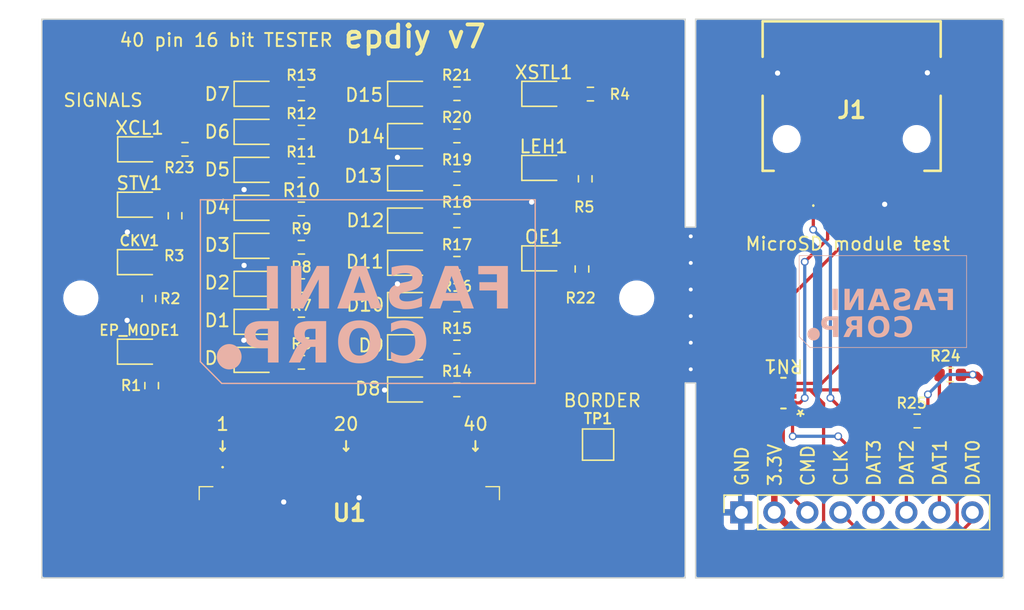
<source format=kicad_pcb>
(kicad_pcb (version 20221018) (generator pcbnew)
  (layers (0 "F.Cu" signal) (31 "B.Cu" signal) (34 "B.Paste" user) (35 "F.Paste" user) (36 "B.SilkS" user "B.Silkscreen") (37 "F.SilkS" user "F.Silkscreen") (38 "B.Mask" user) (39 "F.Mask" user) (44 "Edge.Cuts" user))
  (net 0 "")
  (net 1 "Net-(D1-A)")
  (net 2 "Net-(D2-A)")
  (net 3 "Net-(D3-A)")
  (net 4 "Net-(D4-A)")
  (net 5 "GND")
  (net 6 "Net-(D5-A)")
  (net 7 "Net-(D6-A)")
  (net 8 "/XCL")
  (net 9 "/LEH")
  (net 10 "/EP_OE")
  (net 11 "/XSTL")
  (net 12 "/D0")
  (net 13 "/D1")
  (net 14 "/D2")
  (net 15 "/D3")
  (net 16 "/D4")
  (net 17 "/D5")
  (net 18 "/D6")
  (net 19 "/D7")
  (net 20 "Net-(D7-A)")
  (net 21 "Net-(D8-A)")
  (net 22 "Net-(D9-A)")
  (net 23 "Net-(D10-A)")
  (net 24 "Net-(D11-A)")
  (net 25 "Net-(D12-A)")
  (net 26 "Net-(D13-A)")
  (net 27 "/EP_MODE")
  (net 28 "/EP_STV")
  (net 29 "/CKV")
  (net 30 "Net-(D14-A)")
  (net 32 "Net-(D15-A)")
  (net 33 "/D8")
  (net 34 "/D9")
  (net 35 "/D10")
  (net 36 "/D11")
  (net 37 "/D12")
  (net 38 "/D13")
  (net 39 "/D14")
  (net 40 "/D15")
  (net 41 "Net-(U1-BORDER)")
  (net 45 "Net-(U1-VDD-Pad5)")
  (net 54 "Net-(CKV1-A)")
  (net 55 "Net-(D0-A)")
  (net 56 "Net-(EP_MODE1-A)")
  (net 57 "Net-(LEH1-A)")
  (net 58 "Net-(OE1-A)")
  (net 59 "Net-(STV1-A)")
  (net 60 "Net-(XSTL1-A)")
  (net 61 "Net-(XCL1-A)")
  (net 63 "PIN_D2")
  (net 64 "PIN_D3")
  (net 65 "SD_CMD")
  (net 66 "3.3V")
  (net 67 "SD_CLK")
  (net 68 "PIN_D0")
  (net 69 "PIN_D1")
  (footprint "Resistor_SMD:R_0603_1608Metric" (layer "F.Cu") (at 89.97 78.50714)
    (fp_text reference "R8")
    (fp_text value "2.4k")
  )
  (footprint "Resistor_SMD:R_0603_1608Metric" (layer "F.Cu") (at 89.97 81.458568)
    (fp_text reference "R7")
    (fp_text value "2.4k")
  )
  (footprint "Resistor_SMD:R_0603_1608Metric" (layer "F.Cu") (at 111.56 77.23 -90)
    (fp_text reference "R22")
    (fp_text value "2.4k")
  )
  (footprint "Resistor_SMD:R_0603_1608Metric" (layer "F.Cu") (at 101.935 86.53)
    (fp_text reference "R14")
    (fp_text value "2.4k")
  )
  (footprint "LED_SMD:LED_0805_2012Metric" (layer "F.Cu") (at 86.48 63.75)
    (fp_text reference "D7")
    (fp_text value "LED GREEN" hide)
  )
  (footprint "LED_SMD:LED_0805_2012Metric" (layer "F.Cu") (at 86.48 81.2925)
    (fp_text reference "D1")
    (fp_text value "LED GREEN" hide)
  )
  (footprint "LED_SMD:LED_0805_2012Metric" (layer "F.Cu") (at 77.5075 76.7)
    (fp_text reference "CKV1")
    (fp_text value "LED RED" hide)
  )
  (footprint "LED_SMD:LED_0805_2012Metric" (layer "F.Cu") (at 108.6175 63.75)
    (fp_text reference "XSTL1")
    (fp_text value "LED RED" hide)
  )
  (footprint "TestPoint:TestPoint_Pad_2.0x2.0mm" (layer "F.Cu") (at 112.8 90.74)
    (fp_text reference "TP1")
    (fp_text value "TestPoint")
  )
  (footprint "LED_SMD:LED_0805_2012Metric" (layer "F.Cu") (at 98.29 63.75)
    (fp_text reference "D15")
    (fp_text value "LED GREEN" hide)
  )
  (footprint "LED_SMD:LED_0805_2012Metric" (layer "F.Cu") (at 98.29 76.75)
    (fp_text reference "D11")
    (fp_text value "LED GREEN" hide)
  )
  (footprint "LED_SMD:LED_0805_2012Metric" (layer "F.Cu") (at 98.29 67)
    (fp_text reference "D14")
    (fp_text value "LED GREEN" hide)
  )
  (footprint "Resistor_SMD:R_0603_1608Metric" (layer "F.Cu") (at 137.35 88.925)
    (fp_text reference "R25")
    (fp_text value "33k")
  )
  (footprint "LED_SMD:LED_0805_2012Metric" (layer "F.Cu") (at 98.29 86.5)
    (fp_text reference "D8")
    (fp_text value "LED GREEN" hide)
  )
  (footprint "LED_SMD:LED_0805_2012Metric" (layer "F.Cu") (at 98.29 83.25)
    (fp_text reference "D9")
    (fp_text value "LED GREEN" hide)
  )
  (footprint "LED_SMD:LED_0805_2012Metric" (layer "F.Cu") (at 98.29 70.25)
    (fp_text reference "D13")
    (fp_text value "LED GREEN" hide)
  )
  (footprint "LED_SMD:LED_0805_2012Metric" (layer "F.Cu") (at 86.48 72.52125)
    (fp_text reference "D4")
    (fp_text value "LED GREEN" hide)
  )
  (footprint "Resistor_SMD:R_0603_1608Metric" (layer "F.Cu") (at 89.97 75.555712)
    (fp_text reference "R9")
    (fp_text value "2.4k")
  )
  (footprint "LED_SMD:LED_0805_2012Metric" (layer "F.Cu") (at 108.6175 76.41)
    (fp_text reference "OE1")
    (fp_text value "LED RED" hide)
  )
  (footprint "Resistor_SMD:R_0603_1608Metric" (layer "F.Cu") (at 112.21 63.77)
    (fp_text reference "R4")
    (fp_text value "2.4k")
  )
  (footprint "Resistor_SMD:R_0603_1608Metric" (layer "F.Cu") (at 78.45 86.2 -90)
    (fp_text reference "R1")
    (fp_text value "2.4k")
  )
  (footprint "Resistor_SMD:R_0603_1608Metric" (layer "F.Cu") (at 101.935 66.99)
    (fp_text reference "R20")
    (fp_text value "2.4k")
  )
  (footprint "Resistor_SMD:R_0603_1608Metric" (layer "F.Cu") (at 101.94 63.74)
    (fp_text reference "R21")
    (fp_text value "2.4k")
  )
  (footprint "Resistor_SMD:R_0603_1608Metric" (layer "F.Cu") (at 89.97 66.701428)
    (fp_text reference "R12")
    (fp_text value "2.4k")
  )
  (footprint "Resistor_SMD:R_0603_1608Metric" (layer "F.Cu") (at 101.935 70.26)
    (fp_text reference "R19")
    (fp_text value "2.4k")
  )
  (footprint "LED_SMD:LED_0805_2012Metric" (layer "F.Cu") (at 77.5075 72.28)
    (fp_text reference "STV1")
    (fp_text value "LED RED")
  )
  (footprint "LED_SMD:LED_0805_2012Metric" (layer "F.Cu") (at 98.29 73.5)
    (fp_text reference "D12")
    (fp_text value "LED GREEN" hide)
  )
  (footprint "Resistor_SMD:R_0603_1608Metric" (layer "F.Cu") (at 89.97 69.652856)
    (fp_text reference "R11")
    (fp_text value "2.4k")
  )
  (footprint "SD:XKTF005-SD" (layer "F.Cu") (at 132.31 65 180)
    (fp_text reference "J1")
    (fp_text value "XKTF-005" hide)
  )
  (footprint "Resistor_SMD:R_0603_1608Metric" (layer "F.Cu") (at 101.935 73.52)
    (fp_text reference "R18")
    (fp_text value "2.4k")
  )
  (footprint "Resistor_SMD:R_0603_1608Metric" (layer "F.Cu") (at 89.97 84.41)
    (fp_text reference "R6")
    (fp_text value "2.4k")
  )
  (footprint "MountingHole:MountingHole_2.2mm_M2" (layer "F.Cu") (at 73 79.46)
    (fp_text reference "H1" hide)
    (fp_text value "MountingHole" hide)
  )
  (footprint "Resistor_SMD:R_0603_1608Metric" (layer "F.Cu") (at 80.25 73.13 -90)
    (fp_text reference "R3")
    (fp_text value "2.4k")
  )
  (footprint "Resistor_SMD:R_0603_1608Metric" (layer "F.Cu") (at 81.015 68.02)
    (fp_text reference "R23")
    (fp_text value "2.4k")
  )
  (footprint "LED_SMD:LED_0805_2012Metric" (layer "F.Cu") (at 86.48 69.5975)
    (fp_text reference "D5")
    (fp_text value "LED GREEN" hide)
  )
  (footprint "LED_SMD:LED_0805_2012Metric" (layer "F.Cu") (at 86.48 78.36875)
    (fp_text reference "D2")
    (fp_text value "LED GREEN" hide)
  )
  (footprint "MountingHole:MountingHole_2.2mm_M2" (layer "F.Cu") (at 115.77 79.46)
    (fp_text reference "H2" hide)
    (fp_text value "MountingHole" hide)
  )
  (footprint "LED_SMD:LED_0805_2012Metric" (layer "F.Cu") (at 86.48 84.22)
    (fp_text reference "D0")
    (fp_text value "LED GREEN" hide)
  )
  (footprint "LED_SMD:LED_0805_2012Metric" (layer "F.Cu") (at 86.48 66.67375)
    (fp_text reference "D6")
    (fp_text value "LED GREEN" hide)
  )
  (footprint "LED_SMD:LED_0805_2012Metric" (layer "F.Cu") (at 77.5075 83.59)
    (fp_text reference "EP_MODE1")
    (fp_text value "LED RED" hide)
  )
  (footprint "Resistor_SMD:R_0603_1608Metric" (layer "F.Cu") (at 139.9 85.375 180)
    (fp_text reference "R24")
    (fp_text value "33k")
  )
  (footprint "Resistor_SMD:R_0603_1608Metric" (layer "F.Cu") (at 78.235 79.5 -90)
    (fp_text reference "R2")
    (fp_text value "2.4k")
  )
  (footprint "Resistor_SMD:R_0603_1608Metric" (layer "F.Cu") (at 89.97 72.604284)
    (fp_text reference "R10")
    (fp_text value "2.4k")
  )
  (footprint "LED_SMD:LED_0805_2012Metric" (layer "F.Cu") (at 77.52 68.02)
    (fp_text reference "XCL1")
    (fp_text value "LED RED")
  )
  (footprint "Resistor_SMD:R_0603_1608Metric" (layer "F.Cu") (at 101.935 79.99)
    (fp_text reference "R16")
    (fp_text value "2.4k")
  )
  (footprint "Resistor_SMD:R_0603_1608Metric" (layer "F.Cu") (at 101.935 83.23)
    (fp_text reference "R15")
    (fp_text value "2.4k")
  )
  (footprint "Resistor_SMD:R_0603_1608Metric" (layer "F.Cu") (at 89.97 63.75)
    (fp_text reference "R13")
    (fp_text value "2.4k")
  )
  (footprint "Resistor_SMD:R_0603_1608Metric" (layer "F.Cu") (at 101.935 76.79)
    (fp_text reference "R17")
    (fp_text value "2.4k")
  )
  (footprint "footprints:FH1240S05SH55" (layer "F.Cu") (at 93.66 96)
    (fp_text reference "U1")
    (fp_text value "ED078KH6" hide)
  )
  (footprint "LED_SMD:LED_0805_2012Metric" (layer "F.Cu") (at 98.29 80)
    (fp_text reference "D10")
    (fp_text value "LED GREEN" hide)
  )
  (footprint "Resistor_SMD:R_0603_1608Metric" (layer "F.Cu") (at 111.81 70.29 -90)
    (fp_text reference "R5")
    (fp_text value "2.4k")
  )
  (footprint "LED_SMD:LED_0805_2012Metric" (layer "F.Cu") (at 108.6175 69.45)
    (fp_text reference "LEH1")
    (fp_text value "LED RED" hide)
  )
  (footprint "Connector_PinSocket_2.54mm:PinSocket_1x08_P2.54mm_Vertical" (layer "F.Cu") (at 123.82 95.955 90)
    (fp_text reference "J2" hide)
    (fp_text value "Conn_01x08_Socket")
  )
  (footprint "SD:SMT_F392JTCE_UNR_SD-pullup" (layer "F.Cu") (at 127.0615 86.779811 180)
    (fp_text reference "RN1")
    (fp_text value "R_arr 35K Ω" hide)
  )
  (footprint "LED_SMD:LED_0805_2012Metric" (layer "F.Cu") (at 86.48 75.445)
    (fp_text reference "D3")
    (fp_text value "LED GREEN" hide)
  )
  (gr_poly (pts (xy 105.857556 80.267748) (xy 105.013706 80.267748) (xy 105.013706 78.880322) (xy 103.665734 78.880322) (xy 103.665734 78.242504) (xy 105.013706 78.242504) (xy 105.013706 77.633178) (xy 103.580252 77.633178) (xy 103.580252 76.995361) (xy 105.857556 76.995361)) (fill solid) (layer "B.SilkS"))
  (gr_poly (pts (xy 88.215021 84.425401) (xy 87.392677 84.425401) (xy 87.392677 83.318968) (xy 86.850143 83.318968) (xy 86.777445 83.31795) (xy 86.706733 83.314896) (xy 86.638007 83.309807) (xy 86.571267 83.302681) (xy 86.506512 83.29352) (xy 86.443743 83.282323) (xy 86.38296 83.26909) (xy 86.324163 83.253821) (xy 86.267351 83.236516) (xy 86.212525 83.217176) (xy 86.159686 83.1958) (xy 86.108831 83.172388) (xy 86.059963 83.146941) (xy 86.01308 83.119458) (xy 85.968184 83.089939) (xy 85.925273 83.058385) (xy 85.884664 83.024541) (xy 85.846676 82.988696) (xy 85.811308 82.950848) (xy 85.778559 82.910998) (xy 85.74843 82.869146) (xy 85.720922 82.825292) (xy 85.696033 82.779435) (xy 85.673764 82.731577) (xy 85.654115 82.681715) (xy 85.637085 82.629852) (xy 85.622676 82.575986) (xy 85.610887 82.520118) (xy 85.601717 82.462248) (xy 85.595167 82.402375) (xy 85.591237 82.3405) (xy 85.589928 82.276622) (xy 86.437902 82.276622) (xy 86.43842 82.303454) (xy 86.439971 82.329485) (xy 86.442558 82.354715) (xy 86.446179 82.379145) (xy 86.450835 82.402773) (xy 86.456525 82.425601) (xy 86.46325 82.447628) (xy 86.47101 82.468854) (xy 86.479804 82.489279) (xy 86.489632 82.508903) (xy 86.500496 82.527726) (xy 86.512394 82.545748) (xy 86.525326 82.562969) (xy 86.539294 82.579388) (xy 86.554295 82.595007) (xy 86.570332 82.609825) (xy 86.587036 82.623535) (xy 86.604574 82.636359) (xy 86.622946 82.6483) (xy 86.642153 82.659355) (xy 86.662195 82.669526) (xy 86.68307 82.678813) (xy 86.70478 82.687215) (xy 86.727325 82.694733) (xy 86.750703 82.701366) (xy 86.774917 82.707114) (xy 86.799964 82.711978) (xy 86.825846 82.715958) (xy 86.852562 82.719054) (xy 86.880113 82.721264) (xy 86.908498 82.722591) (xy 86.937717 82.723033) (xy 87.392676 82.723033) (xy 87.392676 81.832335) (xy 86.937717 81.832335) (xy 86.908498 81.832777) (xy 86.880113 81.834104) (xy 86.852562 81.836315) (xy 86.825846 81.83941) (xy 86.799964 81.84339) (xy 86.774917 81.848254) (xy 86.750703 81.854002) (xy 86.727325 81.860635) (xy 86.70478 81.868153) (xy 86.68307 81.876555) (xy 86.662195 81.885842) (xy 86.642153 81.896013) (xy 86.622946 81.907068) (xy 86.604574 81.919009) (xy 86.587036 81.931833) (xy 86.570332 81.945543) (xy 86.554295 81.960103) (xy 86.539294 81.975481) (xy 86.525326 81.991677) (xy 86.512394 82.00869) (xy 86.500496 82.02652) (xy 86.489632 82.045168) (xy 86.479804 82.064633) (xy 86.47101 82.084917) (xy 86.46325 82.106018) (xy 86.456525 82.127936) (xy 86.450835 82.150673) (xy 86.446179 82.174227) (xy 86.442558 82.198599) (xy 86.439971 82.223789) (xy 86.43842 82.249796) (xy 86.437902 82.276622) (xy 85.589928 82.276622) (xy 85.591237 82.212751) (xy 85.595167 82.150898) (xy 85.601717 82.091066) (xy 85.610887 82.033252) (xy 85.622676 81.977458) (xy 85.637085 81.923683) (xy 85.654115 81.871927) (xy 85.673764 81.822191) (xy 85.696033 81.774474) (xy 85.720922 81.728776) (xy 85.74843 81.685098) (xy 85.778559 81.643439) (xy 85.811308 81.603799) (xy 85.846676 81.566179) (xy 85.884664 81.530577) (xy 85.925273 81.496996) (xy 85.967933 81.465441) (xy 86.012613 81.435922) (xy 86.059312 81.408439) (xy 86.108031 81.382992) (xy 86.158768 81.35958) (xy 86.211524 81.338204) (xy 86.2663 81.318864) (xy 86.323095 81.301559) (xy 86.381909 81.286291) (xy 86.442742 81.273058) (xy 86.505594 81.26186) (xy 86.570466 81.252699) (xy 86.637356 81.245574) (xy 86.706266 81.240484) (xy 86.777195 81.23743) (xy 86.850143 81.236412) (xy 88.215021 81.236412)) (fill solid) (layer "B.SilkS"))
  (gr_line (start 82.2 71.9) (end 107.960001 71.9) (stroke (width 0.105833)) (layer "B.SilkS"))
  (gr_poly (pts (xy 140.103778 80.383874) (xy 139.681852 80.383874) (xy 139.681852 79.690161) (xy 139.007866 79.690161) (xy 139.007866 79.371252) (xy 139.681852 79.371252) (xy 139.681852 79.066589) (xy 138.965126 79.066589) (xy 138.965126 78.74768) (xy 140.103778 78.74768)) (fill solid) (layer "B.SilkS"))
  (gr_poly (pts (xy 84.466133 83.003039) (xy 84.514474 83.006809) (xy 84.562112 83.013017) (xy 84.608988 83.021603) (xy 84.655041 83.032505) (xy 84.700211 83.04566) (xy 84.74444 83.061009) (xy 84.787667 83.07849) (xy 84.829832 83.098041) (xy 84.870875 83.119601) (xy 84.910737 83.143109) (xy 84.949358 83.168503) (xy 84.986678 83.195722) (xy 85.022638 83.224705) (xy 85.057177 83.25539) (xy 85.090235 83.287717) (xy 85.121753 83.321623) (xy 85.151671 83.357047) (xy 85.17993 83.393928) (xy 85.206469 83.432205) (xy 85.231228 83.471817) (xy 85.254148 83.512701) (xy 85.27517 83.554797) (xy 85.294232 83.598043) (xy 85.311276 83.642378) (xy 85.326241 83.687741) (xy 85.339068 83.73407) (xy 85.349697 83.781304) (xy 85.358068 83.829381) (xy 85.364121 83.878241) (xy 85.367797 83.927822) (xy 85.369036 83.978062) (xy 85.367797 84.028303) (xy 85.364121 84.077884) (xy 85.358068 84.126743) (xy 85.349696 84.174821) (xy 85.339067 84.222055) (xy 85.32624 84.268384) (xy 85.311275 84.313747) (xy 85.294231 84.358082) (xy 85.275168 84.401328) (xy 85.254147 84.443424) (xy 85.231227 84.484308) (xy 85.206467 84.52392) (xy 85.179928 84.562197) (xy 85.151669 84.599078) (xy 85.121751 84.634502) (xy 85.090232 84.668408) (xy 85.057174 84.700734) (xy 85.022635 84.73142) (xy 84.986675 84.760403) (xy 84.949355 84.787622) (xy 84.910734 84.813016) (xy 84.870871 84.836524) (xy 84.829828 84.858084) (xy 84.787662 84.877635) (xy 84.744435 84.895116) (xy 84.700207 84.910465) (xy 84.655036 84.92362) (xy 84.608982 84.934522) (xy 84.562107 84.943107) (xy 84.514468 84.949316) (xy 84.466127 84.953086) (xy 84.417143 84.954356) (xy 84.368159 84.953086) (xy 84.319818 84.949316) (xy 84.27218 84.943107) (xy 84.225304 84.934522) (xy 84.179251 84.92362) (xy 84.134081 84.910465) (xy 84.089852 84.895116) (xy 84.046625 84.877635) (xy 84.00446 84.858084) (xy 83.963417 84.836524) (xy 83.923555 84.813016) (xy 83.884933 84.787622) (xy 83.847613 84.760403) (xy 83.811654 84.73142) (xy 83.777115 84.700734) (xy 83.744057 84.668408) (xy 83.712539 84.634502) (xy 83.68262 84.599078) (xy 83.654362 84.562197) (xy 83.627823 84.52392) (xy 83.603064 84.484308) (xy 83.580143 84.443424) (xy 83.559122 84.401328) (xy 83.54006 84.358082) (xy 83.523016 84.313747) (xy 83.508051 84.268384) (xy 83.495224 84.222055) (xy 83.484595 84.174821) (xy 83.476224 84.126743) (xy 83.47017 84.077884) (xy 83.466495 84.028303) (xy 83.465256 83.978062) (xy 83.466495 83.927822) (xy 83.470171 83.878241) (xy 83.476225 83.829381) (xy 83.484596 83.781304) (xy 83.495225 83.73407) (xy 83.508052 83.687741) (xy 83.523018 83.642378) (xy 83.540061 83.598043) (xy 83.559124 83.554797) (xy 83.580145 83.512701) (xy 83.603066 83.471817) (xy 83.627825 83.432205) (xy 83.654364 83.393928) (xy 83.682623 83.357047) (xy 83.712541 83.321623) (xy 83.74406 83.287717) (xy 83.777118 83.25539) (xy 83.811657 83.224705) (xy 83.847617 83.195722) (xy 83.884937 83.168503) (xy 83.923558 83.143109) (xy 83.963421 83.119601) (xy 84.004464 83.098041) (xy 84.04663 83.07849) (xy 84.089857 83.061009) (xy 84.134085 83.04566) (xy 84.179256 83.032505) (xy 84.22531 83.021603) (xy 84.272185 83.013017) (xy 84.319824 83.006809) (xy 84.368165 83.003039) (xy 84.417149 83.001768)) (fill solid) (layer "B.SilkS"))
  (gr_poly (pts (xy 136.237701 78.718587) (xy 136.272128 78.720077) (xy 136.305579 78.72256) (xy 136.338054 78.726036) (xy 136.369553 78.730505) (xy 136.400075 78.735968) (xy 136.429622 78.742423) (xy 136.458193 78.749872) (xy 136.485788 78.758314) (xy 136.512407 78.767749) (xy 136.538049 78.778177) (xy 136.562716 78.789599) (xy 136.586406 78.802013) (xy 136.609121 78.81542) (xy 136.630859 78.829821) (xy 136.651622 78.845214) (xy 136.671262 78.861597) (xy 136.689636 78.878964) (xy 136.706743 78.897316) (xy 136.722582 78.916653) (xy 136.737154 78.936974) (xy 136.750459 78.95828) (xy 136.762497 78.980571) (xy 136.773268 79.003846) (xy 136.782771 79.028106) (xy 136.791008 79.053351) (xy 136.797977 79.07958) (xy 136.803679 79.106794) (xy 136.808114 79.134992) (xy 136.811282 79.164175) (xy 136.813183 79.194342) (xy 136.813816 79.225494) (xy 136.81335 79.250743) (xy 136.81195 79.275256) (xy 136.809617 79.299033) (xy 136.806351 79.322073) (xy 136.802151 79.344377) (xy 136.797018 79.365944) (xy 136.790952 79.386775) (xy 136.783953 79.40687) (xy 136.77602 79.426228) (xy 136.767155 79.44485) (xy 136.757356 79.462736) (xy 136.746624 79.479885) (xy 136.734958 79.496298) (xy 136.722359 79.511975) (xy 136.708827 79.526915) (xy 136.694362 79.541119) (xy 136.678985 79.554724) (xy 136.662718 79.567866) (xy 136.64556 79.580546) (xy 136.627512 79.592764) (xy 136.608573 79.604519) (xy 136.588744 79.615812) (xy 136.568024 79.626643) (xy 136.546414 79.637011) (xy 136.523914 79.646917) (xy 136.500523 79.656361) (xy 136.476241 79.665342) (xy 136.45107 79.673861) (xy 136.425008 79.681918) (xy 136.398055 79.689512) (xy 136.370212 79.696644) (xy 136.341478 79.703314) (xy 136.178187 79.739477) (xy 136.161513 79.743219) (xy 136.145464 79.747046) (xy 136.13004 79.750958) (xy 136.115241 79.754957) (xy 136.101067 79.75904) (xy 136.087518 79.76321) (xy 136.074594 79.767465) (xy 136.062295 79.771805) (xy 136.050621 79.776231) (xy 136.039572 79.780743) (xy 136.029147 79.785341) (xy 136.019348 79.790024) (xy 136.010174 79.794792) (xy 136.001625 79.799647) (xy 135.993701 79.804587) (xy 135.986403 79.809613) (xy 135.979502 79.814844) (xy 135.973046 79.820401) (xy 135.967035 79.826283) (xy 135.96147 79.83249) (xy 135.95635 79.839023) (xy 135.951675 79.845881) (xy 135.947446 79.853065) (xy 135.943662 79.860574) (xy 135.940322 79.868408) (xy 135.937429 79.876568) (xy 135.93498 79.885052) (xy 135.932976 79.893862) (xy 135.931418 79.902998) (xy 135.930305 79.912458) (xy 135.929637 79.922244) (xy 135.929415 79.932354) (xy 135.929458 79.936176) (xy 135.929586 79.939973) (xy 135.9298 79.943744) (xy 135.9301 79.947489) (xy 135.930485 79.951209) (xy 135.930956 79.954903) (xy 135.931512 79.958571) (xy 135.932155 79.962214) (xy 135.932882 79.965832) (xy 135.933696 79.969423) (xy 135.934595 79.972989) (xy 135.935579 79.97653) (xy 135.93665 79.980045) (xy 135.937806 79.983534) (xy 135.939047 79.986997) (xy 135.940374 79.990435) (xy 135.941813 79.993869) (xy 135.943388 79.99732) (xy 135.945101 80.000788) (xy 135.94695 80.004273) (xy 135.948937 80.007774) (xy 135.95106 80.011293) (xy 135.95332 80.01483) (xy 135.955718 80.018383) (xy 135.958252 80.021953) (xy 135.960923 80.02554) (xy 135.963731 80.029145) (xy 135.966677 80.032766) (xy 135.969759 80.036405) (xy 135.972978 80.040061) (xy 135.976334 80.043734) (xy 135.979827 80.047424) (xy 135.983513 80.050941) (xy 135.987447 80.054374) (xy 135.99163 80.05772) (xy 135.996061 80.060982) (xy 136.00074 80.064158) (xy 136.005667 80.067248) (xy 136.010843 80.070253) (xy 136.016267 80.073172) (xy 136.021939 80.076006) (xy 136.027859 80.078755) (xy 136.034028 80.081418) (xy 136.040445 80.083996) (xy 136.04711 80.086488) (xy 136.054024 80.088894) (xy 136.061186 80.091215) (xy 136.068596 80.093451) (xy 136.083819 80.097304) (xy 136.099898 80.100644) (xy 136.116834 80.10347) (xy 136.134625 80.105783) (xy 136.153273 80.107581) (xy 136.172777 80.108866) (xy 136.193137 80.109636) (xy 136.214353 80.109893) (xy 136.247975 80.109238) (xy 136.281991 80.107274) (xy 136.316401 80.103999) (xy 136.351204 80.099414) (xy 136.386402 80.093519) (xy 136.421993 80.086315) (xy 136.457979 80.0778) (xy 136.494358 80.067975) (xy 136.531131 80.056841) (xy 136.568297 80.044396) (xy 136.605858 80.030641) (xy 136.643813 80.015577) (xy 136.682161 79.999202) (xy 136.720903 79.981517) (xy 136.760039 79.962522) (xy 136.799569 79.942218) (xy 136.799569 80.298388) (xy 136.760138 80.312588) (xy 136.720749 80.325871) (xy 136.681404 80.338239) (xy 136.6421 80.34969) (xy 136.60284 80.360225) (xy 136.563623 80.369844) (xy 136.524448 80.378547) (xy 136.485316 80.386334) (xy 136.446227 80.393204) (xy 136.407181 80.399159) (xy 136.368178 80.404197) (xy 136.329217 80.40832) (xy 136.2903 80.411526) (xy 136.251425 80.413816) (xy 136.212593 80.415191) (xy 136.173803 80.415649) (xy 136.134667 80.415152) (xy 136.096713 80.413662) (xy 136.05994 80.411179) (xy 136.024348 80.407703) (xy 135.989938 80.403234) (xy 135.95671 80.397771) (xy 135.924663 80.391316) (xy 135.893798 80.383867) (xy 135.864114 80.375425) (xy 135.835612 80.36599) (xy 135.808291 80.355562) (xy 135.782152 80.344141) (xy 135.757194 80.331727) (xy 135.733418 80.318319) (xy 135.710823 80.303919) (xy 135.68941 80.288525) (xy 135.669238 80.272036) (xy 135.650368 80.254347) (xy 135.632799 80.23546) (xy 135.616532 80.215374) (xy 135.601566 80.19409) (xy 135.587901 80.171607) (xy 135.575538 80.147925) (xy 135.564476 80.123044) (xy 135.554715 80.096965) (xy 135.546256 80.069687) (xy 135.539099 80.04121) (xy 135.533242 80.011535) (xy 135.528688 79.980661) (xy 135.525434 79.948588) (xy 135.523482 79.915317) (xy 135.522831 79.880847) (xy 135.523302 79.854807) (xy 135.524715 79.829563) (xy 135.527069 79.805115) (xy 135.530366 79.781464) (xy 135.534604 79.758609) (xy 135.539784 79.73655) (xy 135.545905 79.715287) (xy 135.552969 79.69482) (xy 135.560974 79.675149) (xy 135.569921 79.656275) (xy 135.57981 79.638197) (xy 135.590641 79.620915) (xy 135.602413 79.604428) (xy 135.615128 79.588739) (xy 135.628784 79.573845) (xy 135.643382 79.559747) (xy 135.658874 79.546139) (xy 135.675489 79.532985) (xy 135.693225 79.520284) (xy 135.712082 79.508037) (xy 135.732061 79.496243) (xy 135.753161 79.484904) (xy 135.775384 79.474018) (xy 135.798727 79.463585) (xy 135.823193 79.453607) (xy 135.84878 79.444082) (xy 135.875488 79.43501) (xy 135.903318 79.426393) (xy 135.93227 79.418229) (xy 135.962343 79.410519) (xy 135.993538 79.403262) (xy 136.025855 79.39646) (xy 136.205584 79.360296) (xy 136.220388 79.357107) (xy 136.23466 79.353841) (xy 136.248402 79.350498) (xy 136.261613 79.347078) (xy 136.274293 79.343581) (xy 136.286442 79.340007) (xy 136.29806 79.336356) (xy 136.309148 79.332627) (xy 136.319704 79.328822) (xy 136.32973 79.32494) (xy 136.339225 79.32098) (xy 136.348189 79.316943) (xy 136.356623 79.312829) (xy 136.364525 79.308638) (xy 136.371897 79.30437) (xy 136.378738 79.300024) (xy 136.385108 79.295375) (xy 136.391067 79.290469) (xy 136.396615 79.285307) (xy 136.401752 79.279887) (xy 136.406478 79.274211) (xy 136.410794 79.268277) (xy 136.414698 79.262087) (xy 136.418191 79.25564) (xy 136.421273 79.248936) (xy 136.423945 79.241975) (xy 136.426205 79.234758) (xy 136.428054 79.227283) (xy 136.429493 79.219552) (xy 136.43052 79.211564) (xy 136.431136 79.203319) (xy 136.431342 79.194818) (xy 136.431077 79.184693) (xy 136.43028 79.174868) (xy 136.428953 79.165343) (xy 136.428091 79.160693) (xy 136.427095 79.156117) (xy 136.425967 79.151617) (xy 136.424707 79.147191) (xy 136.423313 79.142841) (xy 136.421787 79.138565) (xy 136.420128 79.134364) (xy 136.418337 79.130239) (xy 136.416412 79.126188) (xy 136.414355 79.122212) (xy 136.412166 79.118311) (xy 136.409843 79.114485) (xy 136.407388 79.110734) (xy 136.4048 79.107057) (xy 136.40208 79.103456) (xy 136.399227 79.09993) (xy 136.396241 79.096478) (xy 136.393122 79.093102) (xy 136.389871 79.0898) (xy 136.386487 79.086573) (xy 136.38297 79.083421) (xy 136.37932 79.080344) (xy 136.371623 79.074416) (xy 136.363395 79.068786) (xy 136.354542 79.063345) (xy 136.34497 79.058255) (xy 136.334679 79.053516) (xy 136.323668 79.049128) (xy 136.311939 79.045091) (xy 136.29949 79.041405) (xy 136.286322 79.03807) (xy 136.272435 79.035086) (xy 136.257828 79.032453) (xy 136.242503 79.030171) (xy 136.226458 79.02824) (xy 136.209694 79.026661) (xy 136.192211 79.025432) (xy 136.174008 79.024554) (xy 136.135446 79.023852) (xy 136.106117 79.024327) (xy 136.076489 79.025753) (xy 136.046562 79.028128) (xy 136.016334 79.031455) (xy 135.985807 79.035731) (xy 135.95498 79.040958) (xy 135.923854 79.047135) (xy 135.892428 79.054262) (xy 135.860702 79.06234) (xy 135.828676 79.071368) (xy 135.796351 79.081347) (xy 135.763726 79.092276) (xy 135.730802 79.104155) (xy 135.697578 79.116985) (xy 135.664054 79.130765) (xy 135.63023 79.145495) (xy 135.63023 78.799188) (xy 135.704855 78.780181) (xy 135.77859 78.763708) (xy 135.851433 78.749769) (xy 135.923387 78.738365) (xy 135.99445 78.729495) (xy 136.064622 78.723159) (xy 136.133904 78.719358) (xy 136.202296 78.71809) (xy 136.202298 78.71809)) (fill solid) (layer "B.SilkS"))
  (gr_line (start 83.843691 86.03214) (end 82.2 84.369041) (stroke (width 0.105833)) (layer "B.SilkS"))
  (gr_poly (pts (xy 96.156439 80.267748) (xy 95.308203 80.267748) (xy 95.09998 79.671569) (xy 93.780503 79.671569) (xy 93.574471 80.267748) (xy 92.726235 80.267748) (xy 93.17194 79.064428) (xy 93.993109 79.064428) (xy 94.889565 79.064428) (xy 94.440241 77.762487) (xy 93.993109 79.064428) (xy 93.17194 79.064428) (xy 93.938314 76.995361) (xy 94.944361 76.995361)) (fill solid) (layer "B.SilkS"))
  (gr_line (start 107.960001 71.9) (end 107.960001 86.03214) (stroke (width 0.105833)) (layer "B.SilkS"))
  (gr_poly (pts (xy 103.240485 80.267748) (xy 102.392249 80.267748) (xy 102.184026 79.671569) (xy 100.864548 79.671569) (xy 100.658516 80.267748) (xy 99.81028 80.267748) (xy 100.255985 79.064428) (xy 101.077155 79.064428) (xy 101.97361 79.064428) (xy 101.524286 77.762487) (xy 101.077155 79.064428) (xy 100.255985 79.064428) (xy 101.022359 76.995361) (xy 102.028406 76.995361)) (fill solid) (layer "B.SilkS"))
  (gr_poly (pts (xy 129.408066 81.751519) (xy 129.432237 81.753404) (xy 129.456056 81.756509) (xy 129.479493 81.760802) (xy 129.50252 81.766252) (xy 129.525105 81.77283) (xy 129.547219 81.780505) (xy 129.568833 81.789245) (xy 129.589915 81.79902) (xy 129.610437 81.8098) (xy 129.630368 81.821554) (xy 129.649679 81.834251) (xy 129.668339 81.847861) (xy 129.686318 81.862353) (xy 129.703588 81.877695) (xy 129.720117 81.893858) (xy 129.735876 81.910811) (xy 129.750835 81.928523) (xy 129.764964 81.946964) (xy 129.778234 81.966103) (xy 129.790614 81.985908) (xy 129.802074 82.00635) (xy 129.812584 82.027398) (xy 129.822116 82.049021) (xy 129.830637 82.071189) (xy 129.83812 82.09387) (xy 129.844534 82.117035) (xy 129.849848 82.140652) (xy 129.854034 82.164691) (xy 129.85706 82.189121) (xy 129.858898 82.213911) (xy 129.859517 82.239031) (xy 129.858898 82.264151) (xy 129.85706 82.288942) (xy 129.854033 82.313372) (xy 129.849848 82.337411) (xy 129.844533 82.361028) (xy 129.83812 82.384192) (xy 129.830637 82.406873) (xy 129.822115 82.429041) (xy 129.812584 82.450664) (xy 129.802073 82.471712) (xy 129.790613 82.492154) (xy 129.778233 82.51196) (xy 129.764963 82.531098) (xy 129.750834 82.549539) (xy 129.735875 82.567251) (xy 129.720116 82.584204) (xy 129.703586 82.600367) (xy 129.686317 82.61571) (xy 129.668337 82.630201) (xy 129.649677 82.643811) (xy 129.630366 82.656508) (xy 129.610435 82.668262) (xy 129.589913 82.679042) (xy 129.568831 82.688818) (xy 129.547217 82.697558) (xy 129.525103 82.705232) (xy 129.502517 82.71181) (xy 129.479491 82.717261) (xy 129.456053 82.721554) (xy 129.432234 82.724658) (xy 129.408063 82.726543) (xy 129.383571 82.727178) (xy 129.359079 82.726543) (xy 129.334908 82.724658) (xy 129.311089 82.721554) (xy 129.287652 82.717261) (xy 129.264625 82.71181) (xy 129.24204 82.705232) (xy 129.219925 82.697558) (xy 129.198312 82.688818) (xy 129.17723 82.679042) (xy 129.156708 82.668262) (xy 129.136777 82.656508) (xy 129.117466 82.643811) (xy 129.098806 82.630201) (xy 129.080827 82.61571) (xy 129.063557 82.600367) (xy 129.047028 82.584204) (xy 129.031269 82.567251) (xy 129.01631 82.549539) (xy 129.00218 82.531098) (xy 128.988911 82.51196) (xy 128.976531 82.492154) (xy 128.965071 82.471712) (xy 128.954561 82.450664) (xy 128.945029 82.429041) (xy 128.936507 82.406873) (xy 128.929025 82.384192) (xy 128.922611 82.361028) (xy 128.917297 82.337411) (xy 128.913111 82.313372) (xy 128.910085 82.288942) (xy 128.908247 82.264151) (xy 128.907627 82.239031) (xy 128.907628 82.239031) (xy 128.908247 82.213911) (xy 128.910085 82.189121) (xy 128.913112 82.164691) (xy 128.917297 82.140652) (xy 128.922612 82.117035) (xy 128.929026 82.09387) (xy 128.936508 82.071189) (xy 128.94503 82.049021) (xy 128.954561 82.027398) (xy 128.965072 82.00635) (xy 128.976532 81.985908) (xy 128.988912 81.966103) (xy 129.002182 81.946964) (xy 129.016311 81.928523) (xy 129.03127 81.910811) (xy 129.047029 81.893858) (xy 129.063559 81.877695) (xy 129.080828 81.862353) (xy 129.098808 81.847861) (xy 129.117468 81.834251) (xy 129.136779 81.821554) (xy 129.15671 81.8098) (xy 129.177232 81.79902) (xy 129.198314 81.789245) (xy 129.219928 81.780505) (xy 129.242042 81.77283) (xy 129.264628 81.766252) (xy 129.287654 81.760802) (xy 129.311092 81.756509) (xy 129.334911 81.753404) (xy 129.359082 81.751519) (xy 129.383574 81.750884)) (fill solid) (layer "B.SilkS"))
  (gr_line (start 128.275 76.2) (end 141.155 76.2) (stroke (width 0.052916)) (layer "B.SilkS"))
  (gr_poly (pts (xy 88.158406 80.267748) (xy 87.314553 80.267748) (xy 87.314553 76.995361) (xy 88.158406 76.995361)) (fill solid) (layer "B.SilkS"))
  (gr_poly (pts (xy 131.28251 82.462701) (xy 130.871338 82.462701) (xy 130.871338 81.909484) (xy 130.600071 81.909484) (xy 130.563722 81.908975) (xy 130.528366 81.907448) (xy 130.494003 81.904903) (xy 130.460633 81.901341) (xy 130.428255 81.89676) (xy 130.396871 81.891161) (xy 130.366479 81.884545) (xy 130.337081 81.87691) (xy 130.308675 81.868258) (xy 130.281262 81.858588) (xy 130.254842 81.8479) (xy 130.229415 81.836194) (xy 130.204981 81.82347) (xy 130.18154 81.809729) (xy 130.159091 81.79497) (xy 130.137636 81.779192) (xy 130.117332 81.762271) (xy 130.098338 81.744348) (xy 130.080653 81.725424) (xy 130.064279 81.705499) (xy 130.049215 81.684573) (xy 130.03546 81.662646) (xy 130.023016 81.639718) (xy 130.011881 81.615788) (xy 130.002057 81.590858) (xy 129.993542 81.564926) (xy 129.986338 81.537993) (xy 129.980443 81.510059) (xy 129.975858 81.481124) (xy 129.972583 81.451187) (xy 129.970618 81.42025) (xy 129.969963 81.388311) (xy 130.393951 81.388311) (xy 130.394209 81.401727) (xy 130.394985 81.414743) (xy 130.396278 81.427358) (xy 130.398089 81.439572) (xy 130.400417 81.451387) (xy 130.403262 81.462801) (xy 130.406625 81.473814) (xy 130.410504 81.484427) (xy 130.414901 81.494639) (xy 130.419816 81.504451) (xy 130.425247 81.513863) (xy 130.431196 81.522874) (xy 130.437663 81.531484) (xy 130.444646 81.539694) (xy 130.452147 81.547504) (xy 130.460165 81.554913) (xy 130.468517 81.561767) (xy 130.477286 81.56818) (xy 130.486473 81.57415) (xy 130.496076 81.579678) (xy 130.506097 81.584763) (xy 130.516535 81.589407) (xy 130.52739 81.593608) (xy 130.538662 81.597366) (xy 130.550351 81.600683) (xy 130.562458 81.603557) (xy 130.574982 81.605989) (xy 130.587922 81.607979) (xy 130.601281 81.609527) (xy 130.615056 81.610632) (xy 130.629248 81.611295) (xy 130.643858 81.611517) (xy 130.871338 81.611517) (xy 130.871338 81.166167) (xy 130.643858 81.166167) (xy 130.629248 81.166389) (xy 130.615056 81.167052) (xy 130.601281 81.168157) (xy 130.587922 81.169705) (xy 130.574982 81.171695) (xy 130.562458 81.174127) (xy 130.550351 81.177001) (xy 130.538662 81.180318) (xy 130.52739 81.184076) (xy 130.516535 81.188277) (xy 130.506097 81.192921) (xy 130.496076 81.198006) (xy 130.486473 81.203534) (xy 130.477286 81.209504) (xy 130.468517 81.215917) (xy 130.460165 81.222771) (xy 130.452147 81.230052) (xy 130.444646 81.237741) (xy 130.437663 81.245838) (xy 130.431196 81.254345) (xy 130.425247 81.26326) (xy 130.419816 81.272584) (xy 130.414901 81.282317) (xy 130.410504 81.292458) (xy 130.406625 81.303009) (xy 130.403262 81.313968) (xy 130.400417 81.325336) (xy 130.398089 81.337113) (xy 130.396278 81.349299) (xy 130.394985 81.361894) (xy 130.394209 81.374898) (xy 130.393951 81.388311) (xy 129.969963 81.388311) (xy 129.970618 81.356375) (xy 129.972583 81.325449) (xy 129.975858 81.295533) (xy 129.980443 81.266626) (xy 129.986338 81.238729) (xy 129.993542 81.211841) (xy 130.002057 81.185964) (xy 130.011881 81.161095) (xy 130.023016 81.137237) (xy 130.03546 81.114388) (xy 130.049215 81.092549) (xy 130.064279 81.071719) (xy 130.080653 81.051899) (xy 130.098338 81.033089) (xy 130.117332 81.015289) (xy 130.137636 80.998498) (xy 130.158966 80.982721) (xy 130.181306 80.967961) (xy 130.204656 80.95422) (xy 130.229015 80.941496) (xy 130.254383 80.92979) (xy 130.280762 80.919102) (xy 130.30815 80.909432) (xy 130.336547 80.90078) (xy 130.365954 80.893145) (xy 130.396371 80.886529) (xy 130.427797 80.88093) (xy 130.460232 80.87635) (xy 130.493678 80.872787) (xy 130.528133 80.870242) (xy 130.563597 80.868715) (xy 130.600071 80.868206) (xy 131.28251 80.868206)) (fill solid) (layer "B.SilkS"))
  (gr_poly (pts (xy 94.529137 81.180456) (xy 94.621133 81.185588) (xy 94.71056 81.19414) (xy 94.797417 81.206113) (xy 94.881704 81.221507) (xy 94.963421 81.240322) (xy 95.042568 81.262558) (xy 95.119146 81.288214) (xy 95.193153 81.317291) (xy 95.264591 81.349789) (xy 95.333459 81.385708) (xy 95.399757 81.425047) (xy 95.463486 81.467808) (xy 95.524644 81.513989) (xy 95.583233 81.56359) (xy 95.639252 81.616612) (xy 95.692017 81.672431) (xy 95.741378 81.730953) (xy 95.787334 81.792177) (xy 95.829886 81.856105) (xy 95.869035 81.922737) (xy 95.904779 81.992071) (xy 95.937118 82.064109) (xy 95.966054 82.13885) (xy 95.991585 82.216295) (xy 96.013713 82.296443) (xy 96.032436 82.379295) (xy 96.047755 82.464849) (xy 96.059669 82.553108) (xy 96.06818 82.64407) (xy 96.073286 82.737736) (xy 96.074988 82.834105) (xy 96.073286 82.930474) (xy 96.06818 83.02414) (xy 96.059669 83.115102) (xy 96.047755 83.20336) (xy 96.032436 83.288915) (xy 96.013713 83.371767) (xy 95.991585 83.451915) (xy 95.966054 83.529359) (xy 95.937118 83.604101) (xy 95.904779 83.676139) (xy 95.869035 83.745473) (xy 95.829886 83.812104) (xy 95.787334 83.876032) (xy 95.741378 83.937257) (xy 95.692017 83.995779) (xy 95.639252 84.051598) (xy 95.583233 84.104362) (xy 95.524644 84.153723) (xy 95.463486 84.199679) (xy 95.399757 84.242231) (xy 95.333459 84.281379) (xy 95.264591 84.317122) (xy 95.193153 84.349462) (xy 95.119146 84.378397) (xy 95.042568 84.403927) (xy 94.963421 84.426054) (xy 94.881704 84.444777) (xy 94.797417 84.460095) (xy 94.71056 84.472009) (xy 94.621133 84.480519) (xy 94.529137 84.485626) (xy 94.434571 84.487328) (xy 94.340013 84.485626) (xy 94.248041 84.480519) (xy 94.158656 84.472009) (xy 94.071858 84.460095) (xy 93.987646 84.444777) (xy 93.906021 84.426054) (xy 93.826982 84.403927) (xy 93.75053 84.378397) (xy 93.676664 84.349462) (xy 93.605385 84.317122) (xy 93.536692 84.281379) (xy 93.470585 84.242231) (xy 93.407066 84.199679) (xy 93.346132 84.153723) (xy 93.287786 84.104362) (xy 93.232025 84.051598) (xy 93.179002 83.995779) (xy 93.129399 83.937257) (xy 93.083217 83.876032) (xy 93.040456 83.812104) (xy 93.001116 83.745473) (xy 92.965197 83.676139) (xy 92.932699 83.604101) (xy 92.903621 83.529359) (xy 92.877965 83.451915) (xy 92.855729 83.371767) (xy 92.836914 83.288915) (xy 92.82152 83.20336) (xy 92.809547 83.115102) (xy 92.800995 83.02414) (xy 92.795863 82.930474) (xy 92.794153 82.834105) (xy 92.794153 82.834093) (xy 93.64213 82.834093) (xy 93.642864 82.89163) (xy 93.645067 82.947833) (xy 93.648738 83.002701) (xy 93.653877 83.056235) (xy 93.660485 83.108433) (xy 93.668562 83.159297) (xy 93.678107 83.208825) (xy 93.689121 83.257018) (xy 93.689119 83.257005) (xy 93.695177 83.280333) (xy 93.701601 83.303328) (xy 93.708393 83.325988) (xy 93.715552 83.348315) (xy 93.723078 83.370309) (xy 93.730971 83.391969) (xy 93.739231 83.413295) (xy 93.747858 83.434288) (xy 93.756853 83.454947) (xy 93.766214 83.475273) (xy 93.775943 83.495265) (xy 93.786038 83.514923) (xy 93.796501 83.534248) (xy 93.807331 83.553239) (xy 93.818528 83.571897) (xy 93.830092 83.590221) (xy 93.842073 83.60786) (xy 93.854522 83.624998) (xy 93.867438 83.641636) (xy 93.880821 83.657773) (xy 93.894671 83.673409) (xy 93.908989 83.688545) (xy 93.923774 83.70318) (xy 93.939026 83.717314) (xy 93.954745 83.730948) (xy 93.970932 83.744081) (xy 93.987585 83.756713) (xy 94.004706 83.768845) (xy 94.022295 83.780476) (xy 94.04035 83.791606) (xy 94.058873 83.802235) (xy 94.077863 83.812364) (xy 94.097278 83.821934) (xy 94.117077 83.830886) (xy 94.137261 83.839221) (xy 94.157827 83.846939) (xy 94.178778 83.854039) (xy 94.200113 83.860522) (xy 94.221831 83.866387) (xy 94.243933 83.871635) (xy 94.266419 83.876266) (xy 94.289289 83.880279) (xy 94.312543 83.883675) (xy 94.33618 83.886453) (xy 94.360201 83.888614) (xy 94.384606 83.890158) (xy 94.409395 83.891084) (xy 94.434567 83.891393) (xy 94.483194 83.890266) (xy 94.530285 83.886887) (xy 94.575841 83.881255) (xy 94.619862 83.87337) (xy 94.662348 83.863233) (xy 94.703298 83.850843) (xy 94.723198 83.843803) (xy 94.742713 83.8362) (xy 94.761845 83.828033) (xy 94.780593 83.819304) (xy 94.798958 83.810011) (xy 94.816938 83.800155) (xy 94.834535 83.789736) (xy 94.851748 83.778754) (xy 94.868577 83.767209) (xy 94.885022 83.7551) (xy 94.901083 83.742428) (xy 94.916761 83.729193) (xy 94.932055 83.715395) (xy 94.946965 83.701033) (xy 94.961491 83.686109) (xy 94.975633 83.670621) (xy 95.002767 83.637956) (xy 95.028365 83.603038) (xy 95.052161 83.566243) (xy 95.074422 83.527946) (xy 95.095147 83.488147) (xy 95.114337 83.446847) (xy 95.131992 83.404044) (xy 95.148112 83.35974) (xy 95.162697 83.313934) (xy 95.175746 83.266626) (xy 95.187261 83.217816) (xy 95.19724 83.167504) (xy 95.205683 83.115691) (xy 95.212592 83.062375) (xy 95.217965 83.007557) (xy 95.221803 82.951238) (xy 95.224106 82.893416) (xy 95.224874 82.834093) (xy 95.223605 82.756867) (xy 95.219801 82.682177) (xy 95.216947 82.645783) (xy 95.21346 82.610023) (xy 95.209338 82.574896) (xy 95.204582 82.540404) (xy 95.199192 82.506545) (xy 95.193168 82.473321) (xy 95.18651 82.44073) (xy 95.179218 82.408774) (xy 95.171291 82.377452) (xy 95.162731 82.346764) (xy 95.153536 82.31671) (xy 95.143707 82.287291) (xy 95.133178 82.258556) (xy 95.121881 82.230555) (xy 95.109816 82.203288) (xy 95.096984 82.176755) (xy 95.083384 82.150956) (xy 95.069016 82.125892) (xy 95.053881 82.101562) (xy 95.037978 82.077966) (xy 95.021307 82.055105) (xy 95.003869 82.032978) (xy 94.985664 82.011585) (xy 94.96669 81.990926) (xy 94.946949 81.971002) (xy 94.926441 81.951812) (xy 94.905165 81.933357) (xy 94.883121 81.915636) (xy 94.860093 81.898565) (xy 94.836397 81.882595) (xy 94.812034 81.867726) (xy 94.787003 81.853959) (xy 94.761305 81.841293) (xy 94.734939 81.829728) (xy 94.707906 81.819265) (xy 94.680205 81.809903) (xy 94.651837 81.801642) (xy 94.622801 81.794483) (xy 94.593098 81.788425) (xy 94.562727 81.783468) (xy 94.531689 81.779613) (xy 94.499983 81.77686) (xy 94.46761 81.775207) (xy 94.434569 81.774657) (xy 94.409396 81.774965) (xy 94.384608 81.775891) (xy 94.360203 81.777435) (xy 94.336182 81.779596) (xy 94.312544 81.782374) (xy 94.289291 81.78577) (xy 94.266421 81.789783) (xy 94.243935 81.794414) (xy 94.221833 81.799662) (xy 94.200114 81.805527) (xy 94.17878 81.81201) (xy 94.157829 81.81911) (xy 94.137262 81.826828) (xy 94.117079 81.835163) (xy 94.09728 81.844115) (xy 94.077864 81.853685) (xy 94.058874 81.863824) (xy 94.040352 81.874481) (xy 94.022296 81.885654) (xy 94.004708 81.897344) (xy 93.987587 81.909552) (xy 93.970933 81.922276) (xy 93.954747 81.935518) (xy 93.939027 81.949277) (xy 93.923775 81.963553) (xy 93.90899 81.978346) (xy 93.894673 81.993656) (xy 93.880822 82.009483) (xy 93.867439 82.025828) (xy 93.854523 82.042689) (xy 93.842075 82.060069) (xy 93.830094 82.077965) (xy 93.81853 82.096036) (xy 93.807333 82.114474) (xy 93.796503 82.133279) (xy 93.78604 82.152452) (xy 93.775944 82.171992) (xy 93.766216 82.191899) (xy 93.756854 82.212174) (xy 93.74786 82.232816) (xy 93.739233 82.253825) (xy 93.730972 82.275201) (xy 93.715553 82.319055) (xy 93.701603 82.364377) (xy 93.689121 82.411168) (xy 93.678107 82.459361) (xy 93.668562 82.508889) (xy 93.660485 82.559752) (xy 93.653877 82.611951) (xy 93.648738 82.665484) (xy 93.645067 82.720352) (xy 93.642864 82.776555) (xy 93.64213 82.834093) (xy 92.794153 82.834093) (xy 92.795855 82.737478) (xy 92.800961 82.643572) (xy 92.809472 82.552385) (xy 92.821387 82.463918) (xy 92.836705 82.378172) (xy 92.855428 82.295145) (xy 92.877556 82.214838) (xy 92.903087 82.137251) (xy 92.932023 82.062384) (xy 92.964362 81.990238) (xy 93.000106 81.920811) (xy 93.039255 81.854104) (xy 93.081807 81.790117) (xy 93.127763 81.72885) (xy 93.177124 81.670303) (xy 93.229889 81.614476) (xy 93.285658 81.561711) (xy 93.34403 81.512351) (xy 93.405005 81.466394) (xy 93.468583 81.423842) (xy 93.534764 81.384695) (xy 93.603549 81.348951) (xy 93.674937 81.316612) (xy 93.748928 81.287677) (xy 93.825522 81.262146) (xy 93.904719 81.240019) (xy 93.98652 81.221297) (xy 94.070924 81.205979) (xy 94.157931 81.194064) (xy 94.247541 81.185554) (xy 94.339754 81.180448) (xy 94.434571 81.178746)) (fill solid) (layer "B.SilkS"))
  (gr_line (start 107.960001 86.03214) (end 83.843691 86.03214) (stroke (width 0.105833)) (layer "B.SilkS"))
  (gr_poly (pts (xy 91.878012 84.425389) (xy 91.055667 84.425389) (xy 91.055667 83.218565) (xy 90.822848 83.218565) (xy 90.797033 83.218941) (xy 90.771918 83.220067) (xy 90.747505 83.221945) (xy 90.723792 83.224573) (xy 90.700781 83.227953) (xy 90.67847 83.232083) (xy 90.65686 83.236964) (xy 90.635951 83.242596) (xy 90.615743 83.248979) (xy 90.596235 83.256113) (xy 90.577429 83.263998) (xy 90.559323 83.272634) (xy 90.541919 83.28202) (xy 90.525215 83.292157) (xy 90.509212 83.303045) (xy 90.49391 83.314684) (xy 90.478741 83.326941) (xy 90.463672 83.340216) (xy 90.448704 83.35451) (xy 90.433836 83.369821) (xy 90.419067 83.38615) (xy 90.404399 83.403497) (xy 90.389831 83.421862) (xy 90.375364 83.441245) (xy 90.360996 83.461645) (xy 90.346728 83.483063) (xy 90.332561 83.505499) (xy 90.318494 83.528953) (xy 90.304527 83.553424) (xy 90.29066 83.578914) (xy 90.276893 83.605421) (xy 90.263226 83.632945) (xy 89.874481 84.425389) (xy 88.998738 84.425389) (xy 89.445153 83.519737) (xy 89.476258 83.459362) (xy 89.50763 83.402124) (xy 89.539269 83.348024) (xy 89.555188 83.32215) (xy 89.571175 83.297061) (xy 89.587228 83.272756) (xy 89.603347 83.249236) (xy 89.619534 83.2265) (xy 89.635787 83.204548) (xy 89.652107 83.183381) (xy 89.668494 83.162997) (xy 89.684948 83.143398) (xy 89.701468 83.124583) (xy 89.717972 83.10657) (xy 89.734909 83.089373) (xy 89.752281 83.072995) (xy 89.770086 83.057434) (xy 89.788325 83.042691) (xy 89.806998 83.028765) (xy 89.826105 83.015658) (xy 89.845645 83.003368) (xy 89.86562 82.991895) (xy 89.886028 82.98124) (xy 89.906871 82.971403) (xy 89.928147 82.962384) (xy 89.949857 82.954182) (xy 89.972 82.946798) (xy 89.994578 82.940232) (xy 90.01759 82.934483) (xy 89.943357 82.908759) (xy 89.873913 82.879648) (xy 89.809259 82.84715) (xy 89.749394 82.811264) (xy 89.721257 82.792051) (xy 89.694317 82.771992) (xy 89.668575 82.751085) (xy 89.644031 82.729331) (xy 89.620683 82.706731) (xy 89.598533 82.683284) (xy 89.57758 82.65899) (xy 89.557825 82.633849) (xy 89.539266 82.607861) (xy 89.521905 82.581026) (xy 89.505742 82.553345) (xy 89.490776 82.524816) (xy 89.477006 82.495441) (xy 89.464435 82.465219) (xy 89.45306 82.434149) (xy 89.442883 82.402234) (xy 89.426121 82.335861) (xy 89.414148 82.266101) (xy 89.411404 82.238158) (xy 90.226913 82.238158) (xy 90.227338 82.264157) (xy 90.228615 82.289289) (xy 90.230743 82.313552) (xy 90.233721 82.336948) (xy 90.237551 82.359476) (xy 90.242232 82.381136) (xy 90.247764 82.401928) (xy 90.254146 82.421852) (xy 90.26138 82.440909) (xy 90.269465 82.459098) (xy 90.278401 82.476419) (xy 90.288188 82.492872) (xy 90.298826 82.508458) (xy 90.310316 82.523177) (xy 90.322656 82.537027) (xy 90.335847 82.550011) (xy 90.349823 82.562168) (xy 90.36505 82.573541) (xy 90.381528 82.584129) (xy 90.399258 82.593933) (xy 90.41824 82.602953) (xy 90.438473 82.611188) (xy 90.459958 82.618639) (xy 90.482695 82.625305) (xy 90.506682 82.631187) (xy 90.531922 82.636285) (xy 90.558413 82.640598) (xy 90.586155 82.644127) (xy 90.615149 82.646872) (xy 90.645394 82.648833) (xy 90.676891 82.650009) (xy 90.70964 82.650401) (xy 91.055666 82.650401) (xy 91.055666 81.832335) (xy 90.70964 81.832335) (xy 90.679178 81.832694) (xy 90.649733 81.83377) (xy 90.621307 81.835564) (xy 90.593898 81.838075) (xy 90.567507 81.841304) (xy 90.542134 81.845251) (xy 90.51778 81.849915) (xy 90.494442 81.855296) (xy 90.472123 81.861395) (xy 90.450822 81.868212) (xy 90.430539 81.875746) (xy 90.411273 81.883998) (xy 90.393026 81.892967) (xy 90.375796 81.902654) (xy 90.359585 81.913059) (xy 90.344391 81.924181) (xy 90.330165 81.935919) (xy 90.316857 81.948709) (xy 90.304467 81.962551) (xy 90.292995 81.977444) (xy 90.28244 81.993388) (xy 90.272803 82.010384) (xy 90.264084 82.028431) (xy 90.256283 82.04753) (xy 90.2494 82.06768) (xy 90.243434 82.088881) (xy 90.238386 82.111134) (xy 90.234256 82.134438) (xy 90.231044 82.158794) (xy 90.228749 82.184201) (xy 90.227373 82.21066) (xy 90.226914 82.23817) (xy 90.226913 82.238158) (xy 89.411404 82.238158) (xy 89.406964 82.192953) (xy 89.404569 82.116417) (xy 89.40457 82.116405) (xy 89.404804 82.090715) (xy 89.405505 82.065443) (xy 89.406673 82.040588) (xy 89.408308 82.01615) (xy 89.410411 81.992129) (xy 89.412981 81.968525) (xy 89.416018 81.945339) (xy 89.419522 81.922569) (xy 89.423493 81.900217) (xy 89.427932 81.878282) (xy 89.432838 81.856764) (xy 89.438212 81.835663) (xy 89.444052 81.814979) (xy 89.45036 81.794712) (xy 89.457135 81.774863) (xy 89.464377 81.755431) (xy 89.471895 81.736083) (xy 89.48003 81.717019) (xy 89.488782 81.698239) (xy 89.498152 81.679742) (xy 89.508139 81.661528) (xy 89.518744 81.643598) (xy 89.529966 81.625952) (xy 89.541806 81.608589) (xy 89.554263 81.59151) (xy 89.567337 81.574714) (xy 89.581029 81.558202) (xy 89.595338 81.541973) (xy 89.610265 81.526028) (xy 89.625809 81.510366) (xy 89.641971 81.494988) (xy 89.65875 81.479893) (xy 89.676246 81.465166) (xy 89.69456 81.45089) (xy 89.713692 81.437064) (xy 89.733641 81.423689) (xy 89.754409 81.410765) (xy 89.775993 81.398291) (xy 89.798396 81.386268) (xy 89.821616 81.374696) (xy 89.845654 81.363575) (xy 89.87051 81.352904) (xy 89.896183 81.342683) (xy 89.922674 81.332914) (xy 89.949982 81.323594) (xy 89.978109 81.314725) (xy 90.007053 81.306307) (xy 90.036814 81.298338) (xy 90.098757 81.28382) (xy 90.163904 81.271239) (xy 90.232255 81.260593) (xy 90.30381 81.251883) (xy 90.378568 81.245109) (xy 90.456531 81.24027) (xy 90.537697 81.237367) (xy 90.622067 81.2364) (xy 91.878012 81.2364)) (fill solid) (layer "B.SilkS"))
  (gr_line (start 141.155 83.26607) (end 129.096845 83.26607) (stroke (width 0.052916)) (layer "B.SilkS"))
  (gr_poly (pts (xy 133.114005 82.462695) (xy 132.702833 82.462695) (xy 132.702833 81.859283) (xy 132.586423 81.859283) (xy 132.573516 81.85947) (xy 132.560959 81.860034) (xy 132.548752 81.860972) (xy 132.536896 81.862287) (xy 132.52539 81.863976) (xy 132.514234 81.866042) (xy 132.50343 81.868482) (xy 132.492975 81.871298) (xy 132.482871 81.87449) (xy 132.473117 81.878057) (xy 132.463714 81.881999) (xy 132.454661 81.886317) (xy 132.445959 81.89101) (xy 132.437607 81.896079) (xy 132.429605 81.901522) (xy 132.421954 81.907342) (xy 132.41437 81.913471) (xy 132.406836 81.920108) (xy 132.399351 81.927255) (xy 132.391917 81.93491) (xy 132.384533 81.943075) (xy 132.377199 81.951749) (xy 132.369915 81.960931) (xy 132.362681 81.970622) (xy 132.355497 81.980822) (xy 132.348364 81.991532) (xy 132.34128 82.00275) (xy 132.334246 82.014476) (xy 132.327263 82.026712) (xy 132.320329 82.039457) (xy 132.313446 82.05271) (xy 132.306612 82.066473) (xy 132.11224 82.462695) (xy 131.674369 82.462695) (xy 131.897576 82.009869) (xy 131.913129 81.979681) (xy 131.928815 81.951062) (xy 131.944634 81.924012) (xy 131.952594 81.911075) (xy 131.960587 81.898531) (xy 131.968613 81.886378) (xy 131.976673 81.874618) (xy 131.984767 81.86325) (xy 131.992893 81.852274) (xy 132.001053 81.84169) (xy 132.009247 81.831499) (xy 132.017473 81.821699) (xy 132.025734 81.812292) (xy 132.033985 81.803285) (xy 132.042454 81.794687) (xy 132.05114 81.786497) (xy 132.060042 81.778717) (xy 132.069162 81.771345) (xy 132.078498 81.764383) (xy 132.088052 81.757829) (xy 132.097822 81.751684) (xy 132.107809 81.745948) (xy 132.118014 81.74062) (xy 132.128435 81.735702) (xy 132.139073 81.731192) (xy 132.149928 81.727091) (xy 132.161 81.723399) (xy 132.172289 81.720116) (xy 132.183794 81.717242) (xy 132.146678 81.70438) (xy 132.111956 81.689824) (xy 132.079629 81.673575) (xy 132.049696 81.655632) (xy 132.035628 81.646026) (xy 132.022158 81.635996) (xy 132.009287 81.625542) (xy 131.997015 81.614666) (xy 131.985341 81.603365) (xy 131.974266 81.591642) (xy 131.96379 81.579495) (xy 131.953912 81.566924) (xy 131.944633 81.55393) (xy 131.935952 81.540513) (xy 131.92787 81.526672) (xy 131.920387 81.512408) (xy 131.913503 81.49772) (xy 131.907217 81.482609) (xy 131.90153 81.467075) (xy 131.896441 81.451117) (xy 131.88806 81.41793) (xy 131.882073 81.38305) (xy 131.880701 81.369079) (xy 132.288456 81.369079) (xy 132.288669 81.382079) (xy 132.289307 81.394644) (xy 132.290371 81.406776) (xy 132.29186 81.418474) (xy 132.293775 81.429738) (xy 132.296115 81.440568) (xy 132.298881 81.450964) (xy 132.302073 81.460926) (xy 132.30569 81.470454) (xy 132.309732 81.479549) (xy 132.3142 81.488209) (xy 132.319094 81.496436) (xy 132.324413 81.504229) (xy 132.330157 81.511588) (xy 132.336327 81.518514) (xy 132.342923 81.525005) (xy 132.349911 81.531084) (xy 132.357524 81.53677) (xy 132.365764 81.542065) (xy 132.374629 81.546967) (xy 132.38412 81.551476) (xy 132.394236 81.555594) (xy 132.404979 81.559319) (xy 132.416347 81.562653) (xy 132.428341 81.565594) (xy 132.44096 81.568142) (xy 132.454206 81.570299) (xy 132.468077 81.572064) (xy 132.482574 81.573436) (xy 132.497697 81.574416) (xy 132.513445 81.575005) (xy 132.529819 81.575201) (xy 132.702832 81.575201) (xy 132.702832 81.166167) (xy 132.529819 81.166167) (xy 132.514588 81.166347) (xy 132.499866 81.166885) (xy 132.485653 81.167782) (xy 132.471949 81.169038) (xy 132.458753 81.170652) (xy 132.446067 81.172625) (xy 132.433889 81.174957) (xy 132.422221 81.177648) (xy 132.411061 81.180698) (xy 132.400411 81.184106) (xy 132.390269 81.187873) (xy 132.380636 81.191999) (xy 132.371513 81.196484) (xy 132.362898 81.201327) (xy 132.354792 81.206529) (xy 132.347195 81.21209) (xy 132.340082 81.21796) (xy 132.333428 81.224355) (xy 132.327233 81.231275) (xy 132.321497 81.238722) (xy 132.31622 81.246694) (xy 132.311401 81.255192) (xy 132.307042 81.264215) (xy 132.303141 81.273765) (xy 132.299699 81.28384) (xy 132.296717 81.294441) (xy 132.294193 81.305567) (xy 132.292128 81.317219) (xy 132.290521 81.329397) (xy 132.289374 81.342101) (xy 132.288686 81.35533) (xy 132.288456 81.369085) (xy 132.288456 81.369079) (xy 131.880701 81.369079) (xy 131.878482 81.346476) (xy 131.877284 81.308208) (xy 131.877285 81.308202) (xy 131.877401 81.295358) (xy 131.877752 81.282722) (xy 131.878336 81.270294) (xy 131.879154 81.258075) (xy 131.880205 81.246065) (xy 131.88149 81.234263) (xy 131.883008 81.222669) (xy 131.88476 81.211285) (xy 131.886746 81.200108) (xy 131.888966 81.189141) (xy 131.891419 81.178382) (xy 131.894105 81.167831) (xy 131.897026 81.15749) (xy 131.900179 81.147356) (xy 131.903567 81.137431) (xy 131.907188 81.127715) (xy 131.910947 81.118042) (xy 131.915014 81.10851) (xy 131.919391 81.099119) (xy 131.924076 81.089871) (xy 131.929069 81.080764) (xy 131.934372 81.071799) (xy 131.939983 81.062976) (xy 131.945902 81.054295) (xy 131.952131 81.045755) (xy 131.958668 81.037357) (xy 131.965514 81.029101) (xy 131.972669 81.020987) (xy 131.980132 81.013014) (xy 131.987904 81.005183) (xy 131.995985 80.997494) (xy 132.004374 80.989947) (xy 132.013123 80.982583) (xy 132.02228 80.975445) (xy 132.031845 80.968532) (xy 132.04182 80.961844) (xy 132.052204 80.955382) (xy 132.062996 80.949146) (xy 132.074197 80.943134) (xy 132.085808 80.937348) (xy 132.097827 80.931787) (xy 132.110254 80.926452) (xy 132.123091 80.921342) (xy 132.136336 80.916457) (xy 132.149991 80.911797) (xy 132.164054 80.907363) (xy 132.178526 80.903153) (xy 132.193407 80.899169) (xy 132.224378 80.89191) (xy 132.256952 80.885619) (xy 132.291127 80.880296) (xy 132.326904 80.875941) (xy 132.364284 80.872554) (xy 132.403265 80.870135) (xy 132.443848 80.868684) (xy 132.486033 80.8682) (xy 133.114005 80.8682)) (fill solid) (layer "B.SilkS"))
  (gr_poly (pts (xy 138.795242 80.383874) (xy 138.371124 80.383874) (xy 138.267012 80.085785) (xy 137.607273 80.085785) (xy 137.504258 80.383874) (xy 137.08014 80.383874) (xy 137.302992 79.782214) (xy 137.713577 79.782214) (xy 138.161805 79.782214) (xy 137.937143 79.131244) (xy 137.713577 79.782214) (xy 137.302992 79.782214) (xy 137.686179 78.74768) (xy 138.189202 78.74768)) (fill solid) (layer "B.SilkS"))
  (gr_poly (pts (xy 131.254202 80.383874) (xy 130.832276 80.383874) (xy 130.832276 78.74768) (xy 131.254202 78.74768)) (fill solid) (layer "B.SilkS"))
  (gr_line (start 141.155 76.2) (end 141.155 83.26607) (stroke (width 0.052916)) (layer "B.SilkS"))
  (gr_poly (pts (xy 89.971078 79.239794) (xy 91.161238 76.995361) (xy 92.103723 76.995361) (xy 92.103723 80.267748) (xy 91.303707 80.267748) (xy 91.303707 78.023315) (xy 90.113547 80.267748) (xy 89.171063 80.267748) (xy 89.171063 76.995361) (xy 89.971078 76.995361)) (fill solid) (layer "B.SilkS"))
  (gr_poly (pts (xy 132.160538 79.869897) (xy 132.755619 78.74768) (xy 133.226861 78.74768) (xy 133.226861 80.383874) (xy 132.826853 80.383874) (xy 132.826853 79.261657) (xy 132.231773 80.383874) (xy 131.760531 80.383874) (xy 131.760531 78.74768) (xy 132.160538 78.74768)) (fill solid) (layer "B.SilkS"))
  (gr_line (start 128.275 82.434521) (end 128.275 76.2) (stroke (width 0.052916)) (layer "B.SilkS"))
  (gr_poly (pts (xy 135.253219 80.383874) (xy 134.829101 80.383874) (xy 134.72499 80.085785) (xy 134.065251 80.085785) (xy 133.962235 80.383874) (xy 133.538117 80.383874) (xy 133.760969 79.782214) (xy 134.171554 79.782214) (xy 134.619782 79.782214) (xy 134.39512 79.131244) (xy 134.171554 79.782214) (xy 133.760969 79.782214) (xy 134.144156 78.74768) (xy 134.64718 78.74768)) (fill solid) (layer "B.SilkS"))
  (gr_poly (pts (xy 98.125402 76.937174) (xy 98.194256 76.940154) (xy 98.261158 76.94512) (xy 98.326108 76.952072) (xy 98.389106 76.961011) (xy 98.450152 76.971936) (xy 98.509246 76.984847) (xy 98.566387 76.999744) (xy 98.621577 77.016628) (xy 98.674814 77.035498) (xy 98.726099 77.056355) (xy 98.775433 77.079197) (xy 98.822814 77.104026) (xy 98.868243 77.130841) (xy 98.911719 77.159642) (xy 98.953244 77.190429) (xy 98.992526 77.223194) (xy 99.029273 77.257928) (xy 99.063486 77.294632) (xy 99.095165 77.333306) (xy 99.124309 77.373948) (xy 99.150919 77.416561) (xy 99.174995 77.461142) (xy 99.196536 77.507693) (xy 99.215544 77.556213) (xy 99.232017 77.606702) (xy 99.245955 77.65916) (xy 99.25736 77.713588) (xy 99.26623 77.769984) (xy 99.272565 77.82835) (xy 99.276367 77.888684) (xy 99.277634 77.950988) (xy 99.276701 78.001487) (xy 99.273901 78.050513) (xy 99.269235 78.098066) (xy 99.262702 78.144146) (xy 99.254303 78.188754) (xy 99.244038 78.231888) (xy 99.231905 78.27355) (xy 99.217907 78.31374) (xy 99.202042 78.352456) (xy 99.184311 78.3897) (xy 99.164713 78.425471) (xy 99.143248 78.45977) (xy 99.119917 78.492596) (xy 99.09472 78.523949) (xy 99.067656 78.55383) (xy 99.038726 78.582238) (xy 99.007971 78.609447) (xy 98.975437 78.635732) (xy 98.941121 78.661092) (xy 98.905024 78.685528) (xy 98.867147 78.709039) (xy 98.827488 78.731625) (xy 98.786049 78.753286) (xy 98.742829 78.774023) (xy 98.697828 78.793835) (xy 98.651047 78.812722) (xy 98.602484 78.830685) (xy 98.55214 78.847723) (xy 98.500016 78.863836) (xy 98.446111 78.879025) (xy 98.390425 78.893288) (xy 98.332958 78.906628) (xy 98.006375 78.978954) (xy 97.973027 78.986437) (xy 97.940929 78.994091) (xy 97.910081 79.001917) (xy 97.880483 79.009913) (xy 97.852134 79.018081) (xy 97.825036 79.026419) (xy 97.799188 79.034929) (xy 97.77459 79.04361) (xy 97.751242 79.052463) (xy 97.729144 79.061486) (xy 97.708296 79.070681) (xy 97.688698 79.080047) (xy 97.67035 79.089585) (xy 97.653252 79.099294) (xy 97.637404 79.109174) (xy 97.622806 79.119225) (xy 97.609004 79.129688) (xy 97.596093 79.140801) (xy 97.584072 79.152566) (xy 97.572942 79.164981) (xy 97.562702 79.178046) (xy 97.553352 79.191763) (xy 97.544893 79.20613) (xy 97.537324 79.221148) (xy 97.530646 79.236816) (xy 97.524858 79.253135) (xy 97.519961 79.270105) (xy 97.515954 79.287725) (xy 97.512837 79.305995) (xy 97.510611 79.324916) (xy 97.509276 79.344487) (xy 97.50883 79.364709) (xy 97.508916 79.372353) (xy 97.509173 79.379946) (xy 97.509601 79.387488) (xy 97.5102 79.394978) (xy 97.510971 79.402418) (xy 97.511913 79.409806) (xy 97.513026 79.417143) (xy 97.51431 79.424429) (xy 97.515766 79.431663) (xy 97.517392 79.438846) (xy 97.519191 79.445979) (xy 97.52116 79.453059) (xy 97.5233 79.460089) (xy 97.525612 79.467068) (xy 97.528095 79.473995) (xy 97.53075 79.480871) (xy 97.533627 79.487738) (xy 97.536778 79.49464) (xy 97.540202 79.501575) (xy 97.543901 79.508545) (xy 97.547874 79.515549) (xy 97.552121 79.522587) (xy 97.556641 79.529659) (xy 97.561436 79.536765) (xy 97.566505 79.543906) (xy 97.571847 79.55108) (xy 97.577464 79.558289) (xy 97.583354 79.565532) (xy 97.589519 79.57281) (xy 97.595957 79.580122) (xy 97.60267 79.587468) (xy 97.609656 79.594848) (xy 97.617028 79.601883) (xy 97.624896 79.608747) (xy 97.633261 79.615441) (xy 97.642122 79.621963) (xy 97.65148 79.628315) (xy 97.661335 79.634496) (xy 97.671686 79.640506) (xy 97.682534 79.646345) (xy 97.693878 79.652013) (xy 97.705719 79.65751) (xy 97.718057 79.662836) (xy 97.730891 79.667991) (xy 97.744222 79.672975) (xy 97.758049 79.677788) (xy 97.772373 79.68243) (xy 97.787194 79.686901) (xy 97.81764 79.694609) (xy 97.849798 79.701289) (xy 97.883669 79.706941) (xy 97.919251 79.711565) (xy 97.956547 79.715162) (xy 97.995554 79.717731) (xy 98.036274 79.719273) (xy 98.078707 79.719787) (xy 98.145951 79.718477) (xy 98.213983 79.714547) (xy 98.282802 79.707997) (xy 98.35241 79.698828) (xy 98.422805 79.687038) (xy 98.493988 79.672629) (xy 98.565958 79.6556) (xy 98.638716 79.63595) (xy 98.712262 79.613681) (xy 98.786596 79.588792) (xy 98.861717 79.561283) (xy 98.937626 79.531153) (xy 99.014323 79.498404) (xy 99.091808 79.463034) (xy 99.17008 79.425045) (xy 99.24914 79.384435) (xy 99.24914 80.096777) (xy 99.170277 80.125176) (xy 99.0915 80.151743) (xy 99.012808 80.176477) (xy 98.934202 80.19938) (xy 98.855682 80.22045) (xy 98.777247 80.239688) (xy 98.698898 80.257094) (xy 98.620634 80.272667) (xy 98.542456 80.286409) (xy 98.464364 80.298318) (xy 98.386357 80.308395) (xy 98.308436 80.31664) (xy 98.2306 80.323052) (xy 98.15285 80.327633) (xy 98.075186 80.330381) (xy 97.997608 80.331297) (xy 97.919335 80.330304) (xy 97.843426 80.327325) (xy 97.76988 80.322359) (xy 97.698697 80.315406) (xy 97.629877 80.306468) (xy 97.563421 80.295543) (xy 97.499327 80.282632) (xy 97.437596 80.267734) (xy 97.378229 80.25085) (xy 97.321224 80.23198) (xy 97.266583 80.211124) (xy 97.214304 80.188282) (xy 97.164389 80.163453) (xy 97.116837 80.136638) (xy 97.071647 80.107837) (xy 97.028821 80.07705) (xy 96.988478 80.044071) (xy 96.950737 80.008694) (xy 96.915599 79.97092) (xy 96.883064 79.930749) (xy 96.853132 79.88818) (xy 96.825803 79.843214) (xy 96.801077 79.79585) (xy 96.778953 79.746088) (xy 96.759432 79.69393) (xy 96.742514 79.639374) (xy 96.728198 79.58242) (xy 96.716486 79.52307) (xy 96.707376 79.461322) (xy 96.700869 79.397176) (xy 96.696965 79.330633) (xy 96.695664 79.261694) (xy 96.696605 79.209614) (xy 96.699431 79.159126) (xy 96.70414 79.110231) (xy 96.710732 79.062928) (xy 96.719209 79.017217) (xy 96.729568 78.973099) (xy 96.741812 78.930573) (xy 96.755939 78.88964) (xy 96.771949 78.850299) (xy 96.789844 78.81255) (xy 96.809621 78.776393) (xy 96.831283 78.741829) (xy 96.854828 78.708857) (xy 96.880257 78.677477) (xy 96.907569 78.647689) (xy 96.936765 78.619494) (xy 96.96775 78.592278) (xy 97.000978 78.565969) (xy 97.03645 78.540568) (xy 97.074165 78.516074) (xy 97.114123 78.492487) (xy 97.156324 78.469808) (xy 97.200768 78.448035) (xy 97.247456 78.427171) (xy 97.296387 78.407213) (xy 97.34756 78.388163) (xy 97.400978 78.37002) (xy 97.456638 78.352785) (xy 97.514541 78.336458) (xy 97.574688 78.321037) (xy 97.637078 78.306524) (xy 97.701711 78.292919) (xy 98.06117 78.220592) (xy 98.090776 78.214214) (xy 98.119321 78.207682) (xy 98.146805 78.200996) (xy 98.173226 78.194156) (xy 98.198586 78.187162) (xy 98.222885 78.180014) (xy 98.246121 78.172712) (xy 98.268296 78.165255) (xy 98.28941 78.157644) (xy 98.309461 78.149879) (xy 98.328451 78.14196) (xy 98.34638 78.133886) (xy 98.363247 78.125658) (xy 98.379052 78.117276) (xy 98.393795 78.108739) (xy 98.407477 78.100048) (xy 98.420217 78.09075) (xy 98.432135 78.080939) (xy 98.443231 78.070613) (xy 98.453505 78.059774) (xy 98.462958 78.048421) (xy 98.471588 78.036555) (xy 98.479396 78.024174) (xy 98.486383 78.01128) (xy 98.492547 77.997872) (xy 98.49789 77.983951) (xy 98.502411 77.969516) (xy 98.506109 77.954567) (xy 98.508986 77.939104) (xy 98.511041 77.923128) (xy 98.512274 77.906639) (xy 98.512685 77.889635) (xy 98.512154 77.869386) (xy 98.510562 77.849736) (xy 98.507907 77.830686) (xy 98.506182 77.821385) (xy 98.504192 77.812234) (xy 98.501936 77.803234) (xy 98.499414 77.794383) (xy 98.496627 77.785682) (xy 98.493575 77.77713) (xy 98.490257 77.768729) (xy 98.486674 77.760477) (xy 98.482826 77.752376) (xy 98.478712 77.744424) (xy 98.474332 77.736622) (xy 98.469688 77.728969) (xy 98.464777 77.721467) (xy 98.459602 77.714115) (xy 98.454161 77.706912) (xy 98.448454 77.699859) (xy 98.442482 77.692956) (xy 98.436245 77.686203) (xy 98.429742 77.6796) (xy 98.422974 77.673146) (xy 98.415941 77.666843) (xy 98.408642 77.660689) (xy 98.393248 77.648831) (xy 98.376792 77.637572) (xy 98.359086 77.62669) (xy 98.339941 77.61651) (xy 98.319359 77.607031) (xy 98.297338 77.598255) (xy 98.273878 77.590181) (xy 98.248981 77.582809) (xy 98.222645 77.576139) (xy 98.19487 77.570171) (xy 98.165657 77.564906) (xy 98.135006 77.560342) (xy 98.102917 77.556481) (xy 98.069389 77.553321) (xy 98.034422 77.550864) (xy 97.998017 77.549109) (xy 97.920893 77.547704) (xy 97.862236 77.548655) (xy 97.80298 77.551505) (xy 97.743124 77.556257) (xy 97.682669 77.562909) (xy 97.621615 77.571462) (xy 97.559961 77.581915) (xy 97.497709 77.594269) (xy 97.434856 77.608524) (xy 97.371405 77.62468) (xy 97.307354 77.642736) (xy 97.242703 77.662693) (xy 97.177454 77.684551) (xy 97.111605 77.70831) (xy 97.045156 77.733969) (xy 96.978109 77.761529) (xy 96.910462 77.79099) (xy 96.910462 77.098376) (xy 97.059711 77.060361) (xy 97.20718 77.027415) (xy 97.352868 76.999538) (xy 97.496775 76.97673) (xy 97.638901 76.95899) (xy 97.779246 76.946318) (xy 97.91781 76.938715) (xy 98.054593 76.936181) (xy 98.054596 76.936181)) (fill solid) (layer "B.SilkS"))
  (gr_poly (pts (xy 97.950985 81.180482) (xy 98.047395 81.185688) (xy 98.141152 81.194365) (xy 98.232256 81.206514) (xy 98.320706 81.222133) (xy 98.406504 81.241223) (xy 98.489648 81.263784) (xy 98.570138 81.289816) (xy 98.647976 81.319319) (xy 98.72316 81.352293) (xy 98.795691 81.388737) (xy 98.865568 81.428652) (xy 98.932793 81.472038) (xy 98.997364 81.518895) (xy 99.059281 81.569223) (xy 99.118546 81.623021) (xy 99.174415 81.679815) (xy 99.226679 81.739128) (xy 99.275339 81.800962) (xy 99.320394 81.865315) (xy 99.361845 81.932188) (xy 99.399692 82.001582) (xy 99.433934 82.073495) (xy 99.464572 82.147928) (xy 99.491605 82.224881) (xy 99.515034 82.304353) (xy 99.534858 82.386346) (xy 99.551078 82.470858) (xy 99.563694 82.55789) (xy 99.572705 82.647442) (xy 99.578111 82.739514) (xy 99.579914 82.834105) (xy 99.578103 82.928696) (xy 99.572671 83.020768) (xy 99.563618 83.11032) (xy 99.550945 83.197352) (xy 99.53465 83.281864) (xy 99.514733 83.363856) (xy 99.491196 83.443329) (xy 99.464038 83.520282) (xy 99.433258 83.594715) (xy 99.398858 83.666628) (xy 99.360836 83.736021) (xy 99.319193 83.802895) (xy 99.273929 83.867248) (xy 99.225044 83.929082) (xy 99.172538 83.988395) (xy 99.116411 84.045189) (xy 99.057155 84.09873) (xy 98.995262 84.148816) (xy 98.930732 84.195448) (xy 98.863566 84.238626) (xy 98.793764 84.27835) (xy 98.721325 84.314619) (xy 98.646249 84.347434) (xy 98.568537 84.376794) (xy 98.488188 84.402701) (xy 98.405203 84.425153) (xy 98.319581 84.444151) (xy 98.231322 84.459694) (xy 98.140427 84.471784) (xy 98.046896 84.480419) (xy 97.950727 84.485601) (xy 97.851923 84.487328) (xy 97.786 84.486401) (xy 97.720662 84.483623) (xy 97.655907 84.478992) (xy 97.591737 84.47251) (xy 97.52815 84.464174) (xy 97.465148 84.453987) (xy 97.402729 84.441947) (xy 97.340895 84.428055) (xy 97.279645 84.41231) (xy 97.218978 84.394713) (xy 97.158896 84.375264) (xy 97.099398 84.353962) (xy 97.040484 84.330808) (xy 96.982154 84.305801) (xy 96.924408 84.278942) (xy 96.867246 84.25023) (xy 96.867246 83.590221) (xy 96.922397 83.626691) (xy 96.977849 83.660808) (xy 97.033601 83.692572) (xy 97.089653 83.721983) (xy 97.146006 83.749042) (xy 97.202659 83.773747) (xy 97.259612 83.7961) (xy 97.316866 83.8161) (xy 97.37442 83.833746) (xy 97.432275 83.84904) (xy 97.490429 83.861981) (xy 97.548884 83.872569) (xy 97.60764 83.880804) (xy 97.666696 83.886687) (xy 97.726052 83.890216) (xy 97.785709 83.891393) (xy 97.785706 83.891417) (xy 97.84099 83.890307) (xy 97.894706 83.886978) (xy 97.946854 83.88143) (xy 97.997433 83.873662) (xy 98.046443 83.863675) (xy 98.093885 83.851469) (xy 98.139758 83.837043) (xy 98.184062 83.820398) (xy 98.226798 83.801533) (xy 98.267965 83.780449) (xy 98.307564 83.757146) (xy 98.345594 83.731623) (xy 98.382055 83.70388) (xy 98.416948 83.673918) (xy 98.450273 83.641736) (xy 98.482028 83.607335) (xy 98.512032 83.571023) (xy 98.5401 83.533109) (xy 98.566232 83.493593) (xy 98.590428 83.452476) (xy 98.612689 83.409756) (xy 98.633014 83.365435) (xy 98.651403 83.319512) (xy 98.667857 83.271986) (xy 98.682374 83.222859) (xy 98.694956 83.17213) (xy 98.705603 83.1198) (xy 98.714314 83.065867) (xy 98.721088 83.010332) (xy 98.725928 82.953196) (xy 98.728831 82.894457) (xy 98.729799 82.834117) (xy 98.728831 82.773777) (xy 98.725928 82.715038) (xy 98.721088 82.657902) (xy 98.714314 82.602367) (xy 98.705603 82.548435) (xy 98.694956 82.496104) (xy 98.682374 82.445375) (xy 98.667857 82.396248) (xy 98.651403 82.348723) (xy 98.633014 82.302799) (xy 98.612689 82.258478) (xy 98.590428 82.215759) (xy 98.566232 82.174641) (xy 98.5401 82.135125) (xy 98.512032 82.097211) (xy 98.482028 82.060899) (xy 98.450273 82.026241) (xy 98.416948 81.993818) (xy 98.382055 81.963631) (xy 98.345594 81.935681) (xy 98.307564 81.909966) (xy 98.267965 81.886487) (xy 98.226798 81.865244) (xy 98.184062 81.846237) (xy 98.139758 81.829466) (xy 98.093885 81.814932) (xy 98.046443 81.802633) (xy 97.997433 81.79257) (xy 97.946854 81.784744) (xy 97.894706 81.779153) (xy 97.84099 81.775799) (xy 97.785706 81.774681) (xy 97.72655 81.775858) (xy 97.667628 81.779387) (xy 97.608939 81.785269) (xy 97.550484 81.793504) (xy 97.492262 81.804092) (xy 97.434275 81.817033) (xy 97.37652 81.832327) (xy 97.319 81.849974) (xy 97.261713 81.869974) (xy 97.204659 81.892326) (xy 97.147839 81.917032) (xy 97.091253 81.94409) (xy 97.0349 81.973502) (xy 96.978781 82.005266) (xy 96.922896 82.039383) (xy 96.867244 82.075853) (xy 96.867244 81.415843) (xy 96.924406 81.387132) (xy 96.982152 81.360272) (xy 97.040482 81.335266) (xy 97.099396 81.312111) (xy 97.158895 81.29081) (xy 97.218977 81.27136) (xy 97.279643 81.253763) (xy 97.340893 81.238019) (xy 97.402728 81.224127) (xy 97.465146 81.212087) (xy 97.528149 81.201899) (xy 97.591735 81.193564) (xy 97.655906 81.187081) (xy 97.72066 81.182451) (xy 97.785999 81.179672) (xy 97.851921 81.178746)) (fill solid) (layer "B.SilkS"))
  (gr_poly (pts (xy 136.150492 80.840241) (xy 136.198697 80.842844) (xy 136.245576 80.847183) (xy 136.291127 80.853257) (xy 136.335353 80.861067) (xy 136.378251 80.870612) (xy 136.419823 80.881892) (xy 136.460069 80.894908) (xy 136.498987 80.90966) (xy 136.536579 80.926146) (xy 136.572845 80.944369) (xy 136.607784 80.964326) (xy 136.641396 80.986019) (xy 136.673681 81.009448) (xy 136.70464 81.034611) (xy 136.734272 81.06151) (xy 136.762207 81.089907) (xy 136.788339 81.119564) (xy 136.812669 81.150481) (xy 136.835197 81.182658) (xy 136.855922 81.216094) (xy 136.874845 81.250791) (xy 136.891967 81.286747) (xy 136.907285 81.323964) (xy 136.920802 81.36244) (xy 136.932516 81.402177) (xy 136.942429 81.443173) (xy 136.950539 81.485429) (xy 136.956846 81.528945) (xy 136.961352 81.573721) (xy 136.964055 81.619757) (xy 136.964956 81.667052) (xy 136.964051 81.714348) (xy 136.961335 81.760384) (xy 136.956809 81.80516) (xy 136.950472 81.848676) (xy 136.942324 81.890932) (xy 136.932366 81.931928) (xy 136.920598 81.971665) (xy 136.907018 82.010141) (xy 136.891629 82.047357) (xy 136.874428 82.083314) (xy 136.855417 82.118011) (xy 136.834596 82.151447) (xy 136.811964 82.183624) (xy 136.787522 82.214541) (xy 136.761269 82.244198) (xy 136.733205 82.272594) (xy 136.703577 82.299365) (xy 136.67263 82.324408) (xy 136.640366 82.347724) (xy 136.606783 82.369313) (xy 136.571881 82.389175) (xy 136.535662 82.407309) (xy 136.498124 82.423717) (xy 136.459268 82.438397) (xy 136.419093 82.45135) (xy 136.377601 82.462576) (xy 136.33479 82.472075) (xy 136.290661 82.479847) (xy 136.245213 82.485892) (xy 136.198447 82.49021) (xy 136.150363 82.4928) (xy 136.100961 82.493664) (xy 136.068 82.493201) (xy 136.03533 82.491812) (xy 136.002953 82.489496) (xy 135.970868 82.486255) (xy 135.939075 82.482087) (xy 135.907573 82.476993) (xy 135.876364 82.470974) (xy 135.845447 82.464027) (xy 135.814822 82.456155) (xy 135.784489 82.447357) (xy 135.754448 82.437632) (xy 135.724698 82.426981) (xy 135.695241 82.415404) (xy 135.666076 82.402901) (xy 135.637203 82.389471) (xy 135.608622 82.375115) (xy 135.608622 82.04511) (xy 135.636198 82.063345) (xy 135.663924 82.080404) (xy 135.6918 82.096286) (xy 135.719826 82.110992) (xy 135.748002 82.124521) (xy 135.776329 82.136874) (xy 135.804806 82.14805) (xy 135.833432 82.15805) (xy 135.86221 82.166873) (xy 135.891137 82.17452) (xy 135.920214 82.180991) (xy 135.949442 82.186285) (xy 135.97882 82.190402) (xy 136.008347 82.193343) (xy 136.038026 82.195108) (xy 136.067854 82.195696) (xy 136.067852 82.195708) (xy 136.095495 82.195154) (xy 136.122353 82.193489) (xy 136.148426 82.190715) (xy 136.173716 82.186831) (xy 136.198221 82.181838) (xy 136.221942 82.175734) (xy 136.244878 82.168522) (xy 136.267031 82.160199) (xy 136.288398 82.150767) (xy 136.308982 82.140225) (xy 136.328781 82.128573) (xy 136.347796 82.115811) (xy 136.366027 82.10194) (xy 136.383474 82.086959) (xy 136.400136 82.070868) (xy 136.416014 82.053667) (xy 136.431015 82.035511) (xy 136.445049 82.016555) (xy 136.458115 81.996797) (xy 136.470214 81.976238) (xy 136.481344 81.954878) (xy 136.491506 81.932717) (xy 136.500701 81.909756) (xy 136.508928 81.885993) (xy 136.516187 81.86143) (xy 136.522478 81.836065) (xy 136.527801 81.8099) (xy 136.532156 81.782933) (xy 136.535544 81.755166) (xy 136.537963 81.726598) (xy 136.539415 81.697229) (xy 136.539899 81.667059) (xy 136.539415 81.636888) (xy 136.537963 81.607519) (xy 136.535544 81.578951) (xy 136.532156 81.551184) (xy 136.527801 81.524217) (xy 136.522478 81.498052) (xy 136.516187 81.472687) (xy 136.508928 81.448124) (xy 136.500701 81.424361) (xy 136.491506 81.4014) (xy 136.481344 81.379239) (xy 136.470214 81.357879) (xy 136.458115 81.33732) (xy 136.445049 81.317563) (xy 136.431015 81.298606) (xy 136.416014 81.28045) (xy 136.400136 81.26312) (xy 136.383474 81.246909) (xy 136.366027 81.231816) (xy 136.347796 81.21784) (xy 136.328781 81.204983) (xy 136.308982 81.193243) (xy 136.288398 81.182622) (xy 136.267031 81.173119) (xy 136.244878 81.164733) (xy 136.221942 81.157466) (xy 136.198221 81.151316) (xy 136.173716 81.146285) (xy 136.148426 81.142372) (xy 136.122353 81.139577) (xy 136.095495 81.1379) (xy 136.067852 81.137341) (xy 136.038274 81.137929) (xy 136.008813 81.139693) (xy 135.979469 81.142635) (xy 135.950241 81.146752) (xy 135.921131 81.152046) (xy 135.892137 81.158517) (xy 135.86326 81.166164) (xy 135.834499 81.174987) (xy 135.805856 81.184987) (xy 135.777329 81.196163) (xy 135.748919 81.208516) (xy 135.720626 81.222045) (xy 135.69245 81.236751) (xy 135.66439 81.252633) (xy 135.636448 81.269691) (xy 135.608622 81.287926) (xy 135.608622 80.957922) (xy 135.637203 80.943566) (xy 135.666076 80.930136) (xy 135.695241 80.917633) (xy 135.724698 80.906056) (xy 135.754447 80.895405) (xy 135.784488 80.88568) (xy 135.814821 80.876882) (xy 135.845446 80.869009) (xy 135.876363 80.862063) (xy 135.907573 80.856043) (xy 135.939074 80.85095) (xy 135.970867 80.846782) (xy 136.002952 80.843541) (xy 136.03533 80.841225) (xy 136.067999 80.839836) (xy 136.10096 80.839373)) (fill solid) (layer "B.SilkS"))
  (gr_line (start 129.096845 83.26607) (end 128.275 82.434521) (stroke (width 0.052916)) (layer "B.SilkS"))
  (gr_poly (pts (xy 134.439568 80.840228) (xy 134.485566 80.842794) (xy 134.530279 80.84707) (xy 134.573708 80.853057) (xy 134.615851 80.860754) (xy 134.65671 80.870161) (xy 134.696284 80.881279) (xy 134.734572 80.894107) (xy 134.771576 80.908646) (xy 134.807295 80.924895) (xy 134.841729 80.942854) (xy 134.874878 80.962524) (xy 134.906742 80.983904) (xy 134.937322 81.006994) (xy 134.966616 81.031795) (xy 134.994625 81.058306) (xy 135.021008 81.086215) (xy 135.045688 81.115476) (xy 135.068667 81.146089) (xy 135.089943 81.178053) (xy 135.109517 81.211368) (xy 135.127389 81.246036) (xy 135.143559 81.282055) (xy 135.158026 81.319425) (xy 135.170792 81.358148) (xy 135.181856 81.398222) (xy 135.191217 81.439647) (xy 135.198877 81.482425) (xy 135.204834 81.526554) (xy 135.209089 81.572035) (xy 135.211642 81.618868) (xy 135.212494 81.667052) (xy 135.211642 81.715237) (xy 135.209089 81.76207) (xy 135.204834 81.807551) (xy 135.198877 81.85168) (xy 135.191217 81.894458) (xy 135.181856 81.935883) (xy 135.170792 81.975957) (xy 135.158026 82.01468) (xy 135.143559 82.05205) (xy 135.127389 82.088069) (xy 135.109517 82.122737) (xy 135.089943 82.156052) (xy 135.068667 82.188016) (xy 135.045688 82.218629) (xy 135.021008 82.24789) (xy 134.994625 82.275799) (xy 134.966616 82.302181) (xy 134.937322 82.326861) (xy 134.906742 82.34984) (xy 134.874878 82.371116) (xy 134.841729 82.390689) (xy 134.807295 82.408561) (xy 134.771576 82.424731) (xy 134.734572 82.439198) (xy 134.696284 82.451964) (xy 134.65671 82.463027) (xy 134.615851 82.472388) (xy 134.573708 82.480048) (xy 134.530279 82.486005) (xy 134.485566 82.49026) (xy 134.439568 82.492813) (xy 134.392285 82.493664) (xy 134.345006 82.492813) (xy 134.29902 82.49026) (xy 134.254328 82.486005) (xy 134.210929 82.480048) (xy 134.168823 82.472388) (xy 134.12801 82.463027) (xy 134.088491 82.451964) (xy 134.050264 82.439198) (xy 134.013331 82.424731) (xy 133.977692 82.408561) (xy 133.943345 82.390689) (xy 133.910292 82.371116) (xy 133.878532 82.34984) (xy 133.848066 82.326861) (xy 133.818892 82.302181) (xy 133.791012 82.275799) (xy 133.7645 82.24789) (xy 133.739699 82.218629) (xy 133.716608 82.188016) (xy 133.695228 82.156052) (xy 133.675558 82.122737) (xy 133.657598 82.088069) (xy 133.641349 82.05205) (xy 133.62681 82.01468) (xy 133.613982 81.975957) (xy 133.602864 81.935883) (xy 133.593457 81.894458) (xy 133.58576 81.85168) (xy 133.579773 81.807551) (xy 133.575497 81.76207) (xy 133.572931 81.715237) (xy 133.572076 81.667052) (xy 133.572076 81.667046) (xy 133.996064 81.667046) (xy 133.996431 81.695815) (xy 133.997533 81.723917) (xy 133.999368 81.751351) (xy 134.001938 81.778117) (xy 134.005242 81.804217) (xy 134.00928 81.829648) (xy 134.014053 81.854412) (xy 134.01956 81.878509) (xy 134.019559 81.878503) (xy 134.022588 81.890167) (xy 134.0258 81.901664) (xy 134.029196 81.912994) (xy 134.032775 81.924158) (xy 134.036538 81.935154) (xy 134.040485 81.945984) (xy 134.044615 81.956648) (xy 134.048929 81.967144) (xy 134.053426 81.977474) (xy 134.058107 81.987636) (xy 134.062971 81.997632) (xy 134.068019 82.007462) (xy 134.07325 82.017124) (xy 134.078665 82.02662) (xy 134.084263 82.035948) (xy 134.090046 82.04511) (xy 134.096036 82.05393) (xy 134.10226 82.062499) (xy 134.108718 82.070818) (xy 134.11541 82.078886) (xy 134.122335 82.086705) (xy 134.129494 82.094272) (xy 134.136886 82.10159) (xy 134.144512 82.108657) (xy 134.152372 82.115474) (xy 134.160465 82.12204) (xy 134.168792 82.128357) (xy 134.177353 82.134422) (xy 134.186147 82.140238) (xy 134.195175 82.145803) (xy 134.204436 82.151118) (xy 134.213931 82.156182) (xy 134.223639 82.160967) (xy 134.233538 82.165443) (xy 134.24363 82.169611) (xy 134.253913 82.17347) (xy 134.264389 82.17702) (xy 134.275056 82.180261) (xy 134.285915 82.183194) (xy 134.296966 82.185818) (xy 134.308209 82.188133) (xy 134.319644 82.19014) (xy 134.331271 82.191837) (xy 134.34309 82.193227) (xy 134.3551 82.194307) (xy 134.367303 82.195079) (xy 134.379697 82.195542) (xy 134.392283 82.195696) (xy 134.416596 82.195133) (xy 134.440142 82.193443) (xy 134.46292 82.190628) (xy 134.484931 82.186685) (xy 134.506173 82.181616) (xy 134.526649 82.175421) (xy 134.536598 82.171901) (xy 134.546356 82.1681) (xy 134.555922 82.164017) (xy 134.565296 82.159652) (xy 134.574478 82.155006) (xy 134.583469 82.150078) (xy 134.592267 82.144868) (xy 134.600873 82.139377) (xy 134.609288 82.133604) (xy 134.61751 82.12755) (xy 134.625541 82.121214) (xy 134.63338 82.114597) (xy 134.641027 82.107697) (xy 134.648482 82.100517) (xy 134.655745 82.093054) (xy 134.662816 82.085311) (xy 134.676383 82.068978) (xy 134.689182 82.051519) (xy 134.70108 82.033121) (xy 134.71221 82.013973) (xy 134.722573 81.994074) (xy 134.732168 81.973423) (xy 134.740996 81.952022) (xy 134.749056 81.92987) (xy 134.756348 81.906967) (xy 134.762873 81.883313) (xy 134.76863 81.858908) (xy 134.773619 81.833752) (xy 134.777841 81.807845) (xy 134.781295 81.781188) (xy 134.783982 81.753779) (xy 134.785901 81.725619) (xy 134.787052 81.696708) (xy 134.787436 81.667046) (xy 134.786802 81.628434) (xy 134.7849 81.591089) (xy 134.783473 81.572892) (xy 134.781729 81.555011) (xy 134.779668 81.537448) (xy 134.777291 81.520202) (xy 134.774596 81.503273) (xy 134.771584 81.48666) (xy 134.768254 81.470365) (xy 134.764608 81.454387) (xy 134.760645 81.438726) (xy 134.756365 81.423382) (xy 134.751768 81.408355) (xy 134.746853 81.393645) (xy 134.741588 81.379278) (xy 134.73594 81.365277) (xy 134.729907 81.351644) (xy 134.723491 81.338377) (xy 134.716691 81.325478) (xy 134.709507 81.312946) (xy 134.70194 81.300781) (xy 134.693988 81.288983) (xy 134.685653 81.277552) (xy 134.676934 81.266489) (xy 134.667831 81.255792) (xy 134.658345 81.245463) (xy 134.648474 81.235501) (xy 134.63822 81.225906) (xy 134.627582 81.216678) (xy 134.61656 81.207818) (xy 134.605046 81.199282) (xy 134.593198 81.191297) (xy 134.581016 81.183863) (xy 134.568501 81.17698) (xy 134.555652 81.170647) (xy 134.542469 81.164864) (xy 134.528952 81.159633) (xy 134.515102 81.154951) (xy 134.500918 81.150821) (xy 134.4864 81.147241) (xy 134.471548 81.144212) (xy 134.456363 81.141734) (xy 134.440844 81.139807) (xy 134.424991 81.13843) (xy 134.408804 81.137604) (xy 134.392284 81.137328) (xy 134.379698 81.137483) (xy 134.367303 81.137946) (xy 134.355101 81.138718) (xy 134.34309 81.139798) (xy 134.331272 81.141187) (xy 134.319645 81.142885) (xy 134.30821 81.144892) (xy 134.296967 81.147207) (xy 134.285916 81.149831) (xy 134.275057 81.152764) (xy 134.264389 81.156005) (xy 134.253914 81.159555) (xy 134.243631 81.163414) (xy 134.233539 81.167581) (xy 134.223639 81.172058) (xy 134.213932 81.176842) (xy 134.204437 81.181912) (xy 134.195175 81.18724) (xy 134.186148 81.192827) (xy 134.177353 81.198672) (xy 134.168793 81.204776) (xy 134.160466 81.211138) (xy 134.152373 81.217759) (xy 134.144513 81.224638) (xy 134.136887 81.231776) (xy 134.129495 81.239173) (xy 134.122336 81.246828) (xy 134.115411 81.254742) (xy 134.108719 81.262914) (xy 134.102261 81.271345) (xy 134.096037 81.280034) (xy 134.090046 81.288982) (xy 134.084264 81.298018) (xy 134.078666 81.307237) (xy 134.073251 81.31664) (xy 134.068019 81.326226) (xy 134.062972 81.335996) (xy 134.058107 81.34595) (xy 134.053427 81.356087) (xy 134.048929 81.366408) (xy 134.044616 81.376912) (xy 134.040486 81.3876) (xy 134.032776 81.409527) (xy 134.025801 81.432189) (xy 134.01956 81.455584) (xy 134.014053 81.47968) (xy 134.00928 81.504444) (xy 134.005242 81.529876) (xy 134.001938 81.555975) (xy 133.999368 81.582742) (xy 133.997533 81.610176) (xy 133.996431 81.638278) (xy 133.996064 81.667046) (xy 133.572076 81.667046) (xy 133.572927 81.618739) (xy 133.57548 81.571786) (xy 133.579735 81.526192) (xy 133.585693 81.481959) (xy 133.593352 81.439086) (xy 133.602714 81.397572) (xy 133.613777 81.357419) (xy 133.626543 81.318626) (xy 133.641011 81.281192) (xy 133.657181 81.245119) (xy 133.675053 81.210405) (xy 133.694627 81.177052) (xy 133.715903 81.145058) (xy 133.738881 81.114425) (xy 133.763562 81.085152) (xy 133.789944 81.057238) (xy 133.817828 81.030856) (xy 133.847014 81.006175) (xy 133.877502 80.983197) (xy 133.909291 80.961921) (xy 133.942382 80.942347) (xy 133.976774 80.924476) (xy 134.012468 80.908306) (xy 134.049463 80.893839) (xy 134.08776 80.881073) (xy 134.127359 80.87001) (xy 134.168259 80.860648) (xy 134.210461 80.852989) (xy 134.253965 80.847032) (xy 134.29877 80.842777) (xy 134.344877 80.840224) (xy 134.392285 80.839373)) (fill solid) (layer "B.SilkS"))
  (gr_line (start 82.2 84.369041) (end 82.2 71.9) (stroke (width 0.105833)) (layer "B.SilkS"))
  (gr_line (start 144 101) (end 120.3 101) (stroke (width 0.1)) (layer "Edge.Cuts"))
  (gr_line (start 120.3 58) (end 120.3 74) (stroke (width 0.1)) (layer "Edge.Cuts"))
  (gr_line (start 119.5 101) (end 70 101) (stroke (width 0.1)) (layer "Edge.Cuts"))
  (gr_line (start 120.3 86) (end 120.3 101) (stroke (width 0.1)) (layer "Edge.Cuts"))
  (gr_line (start 119.5 86) (end 119.5 101) (stroke (width 0.1)) (layer "Edge.Cuts"))
  (gr_line (start 144 101) (end 144 58) (stroke (width 0.1)) (layer "Edge.Cuts"))
  (gr_line (start 119.5 74) (end 120.3 74) (stroke (width 0.1)) (layer "Edge.Cuts"))
  (gr_line (start 119.5 86) (end 120.3 86) (stroke (width 0.1)) (layer "Edge.Cuts"))
  (gr_line (start 119.5 58) (end 119.5 74) (stroke (width 0.1)) (layer "Edge.Cuts"))
  (gr_line (start 120.3 58) (end 144 58) (stroke (width 0.1)) (layer "Edge.Cuts"))
  (gr_line (start 70 101) (end 70 58) (stroke (width 0.1)) (layer "Edge.Cuts"))
  (gr_line (start 70 58) (end 119.5 58) (stroke (width 0.1)) (layer "Edge.Cuts"))
  (gr_text "20\n↓" (at 93.41 91.355) (layer "F.SilkS") (effects (font (size 1 1)) (justify bottom)))
  (gr_text "DAT1" (at 139.68571 94.025 90) (layer "F.SilkS") (effects (font (size 1 1)) (justify left bottom)))
  (gr_text "SIGNALS" (at 71.57 64.83) (layer "F.SilkS") (effects (font (size 1 1) (thickness 0.14)) (justify left bottom)))
  (gr_text "DAT2" (at 137.146425 94.025 90) (layer "F.SilkS") (effects (font (size 1 1)) (justify left bottom)))
  (gr_text "epdiy v7" (at 104.33 59.34) (layer "F.SilkS") (effects (font (size 1.7 1.7) (thickness 0.3)) (justify right)))
  (gr_text "1\n↓" (at 83.91 91.355) (layer "F.SilkS") (effects (font (size 1 1)) (justify bottom)))
  (gr_text "CMD" (at 129.52857 94.025 90) (layer "F.SilkS") (effects (font (size 1 1)) (justify left bottom)))
  (gr_text "GND" (at 124.45 94.025 90) (layer "F.SilkS") (effects (font (size 1 1)) (justify left bottom)))
  (gr_text "40 pin 16 bit TESTER" (at 75.89 60.2) (layer "F.SilkS") (effects (font (size 1 1)) (justify left bottom)))
  (gr_text "3.3V" (at 126.989285 94.025 90) (layer "F.SilkS") (effects (font (size 1 1)) (justify left bottom)))
  (gr_text "BORDER" (at 110.05 87.93) (layer "F.SilkS") (effects (font (size 1 1) (thickness 0.14)) (justify left bottom)))
  (gr_text "40\n↓" (at 103.36 91.355) (layer "F.SilkS") (effects (font (size 1 1)) (justify bottom)))
  (gr_text "MicroSD module test" (at 124.05 75.875) (layer "F.SilkS") (effects (font (size 1 1)) (justify left bottom)))
  (gr_text "DAT0" (at 142.225 94.025 90) (layer "F.SilkS") (effects (font (size 1 1)) (justify left bottom)))
  (gr_text "CLK" (at 132.067855 94.025 90) (layer "F.SilkS") (effects (font (size 1 1)) (justify left bottom)))
  (gr_text "DAT3" (at 134.60714 94.025 90) (layer "F.SilkS") (effects (font (size 1 1)) (justify left bottom)))
  (segment (start 89.145 81.458568) (end 87.583568 81.458568) (width 0.25) (layer "F.Cu") (net 1))
  (segment (start 87.583568 81.458568) (end 87.4175 81.2925) (width 0.25) (layer "F.Cu") (net 1))
  (segment (start 87.55589 78.50714) (end 87.4175 78.36875) (width 0.25) (layer "F.Cu") (net 2))
  (segment (start 89.145 78.50714) (end 87.55589 78.50714) (width 0.25) (layer "F.Cu") (net 2))
  (segment (start 87.528212 75.555712) (end 87.4175 75.445) (width 0.25) (layer "F.Cu") (net 3))
  (segment (start 89.145 75.555712) (end 87.528212 75.555712) (width 0.25) (layer "F.Cu") (net 3))
  (segment (start 87.500534 72.604284) (end 87.4175 72.52125) (width 0.25) (layer "F.Cu") (net 4))
  (segment (start 89.145 72.604284) (end 87.500534 72.604284) (width 0.25) (layer "F.Cu") (net 4))
  (segment (start 85.5425 81.2925) (end 85.5425 78.36875) (width 0.25) (layer "F.Cu") (net 5))
  (segment (start 107.68 76.41) (end 107.68 72.085) (width 0.25) (layer "F.Cu") (net 5))
  (segment (start 134.86 70.655) (end 134.86 72.24) (width 0.25) (layer "F.Cu") (net 5))
  (segment (start 119.93 78.807) (end 119.93 80.853) (width 0.25) (layer "F.Cu") (net 5))
  (segment (start 96.41 86.5) (end 96.37 86.54) (width 0.25) (layer "F.Cu") (net 5))
  (segment (start 76.57 81.19) (end 76.56 81.18) (width 0.25) (layer "F.Cu") (net 5))
  (segment (start 85.5425 75.445) (end 85.5425 76.9325) (width 0.25) (layer "F.Cu") (net 5))
  (segment (start 85.5425 78.36875) (end 85.5425 76.9675) (width 0.25) (layer "F.Cu") (net 5))
  (segment (start 85.5425 71.1025) (end 85.56 71.12) (width 0.25) (layer "F.Cu") (net 5))
  (segment (start 85.5425 71.1375) (end 85.56 71.12) (width 0.25) (layer "F.Cu") (net 5))
  (segment (start 85.5425 76.9325) (end 85.56 76.95) (width 0.25) (layer "F.Cu") (net 5))
  (segment (start 85.5425 66.67375) (end 85.5425 63.75) (width 0.25) (layer "F.Cu") (net 5))
  (segment (start 85.5425 75.445) (end 85.5425 72.52125) (width 0.25) (layer "F.Cu") (net 5))
  (segment (start 97.3525 78.3625) (end 97.36 78.37) (width 0.25) (layer "F.Cu") (net 5))
  (segment (start 97.3525 73.5) (end 97.3525 70.25) (width 0.25) (layer "F.Cu") (net 5))
  (segment (start 85.5425 76.9675) (end 85.56 76.95) (width 0.25) (layer "F.Cu") (net 5))
  (segment (start 76.57 72.28) (end 76.57 74.38) (width 0.25) (layer "F.Cu") (net 5))
  (segment (start 89.41 93.325) (end 89.41 94.53) (width 0.25) (layer "F.Cu") (net 5))
  (segment (start 97.3525 76.75) (end 97.3525 78.3625) (width 0.25) (layer "F.Cu") (net 5))
  (segment (start 85.5425 84.22) (end 85.5425 82.7125) (width 0.25) (layer "F.Cu") (net 5))
  (segment (start 107.68 69.45) (end 107.68 63.75) (width 0.25) (layer "F.Cu") (net 5))
  (segment (start 76.57 83.59) (end 76.57 81.19) (width 0.25) (layer "F.Cu") (net 5))
  (segment (start 134.86 72.24) (end 134.85 72.25) (width 0.25) (layer "F.Cu") (net 5))
  (segment (start 97.3525 68.6325) (end 97.36 68.64) (width 0.25) (layer "F.Cu") (net 5))
  (segment (start 139.485 62.155) (end 138.16 62.155) (width 0.25) (layer "F.Cu") (net 5))
  (segment (start 85.5425 81.2925) (end 85.5425 82.7075) (width 0.25) (layer "F.Cu") (net 5))
  (segment (start 97.3525 67) (end 97.3525 63.75) (width 0.25) (layer "F.Cu") (net 5))
  (segment (start 76.57 72.28) (end 76.57 68.0325) (width 0.25) (layer "F.Cu") (net 5))
  (segment (start 85.5425 72.52125) (end 85.5425 71.1375) (width 0.25) (layer "F.Cu") (net 5))
  (segment (start 107.68 72.085) (end 107.685 72.08) (width 0.25) (layer "F.Cu") (net 5))
  (segment (start 97.3525 80) (end 97.3525 78.3775) (width 0.25) (layer "F.Cu") (net 5))
  (segment (start 119.93 74.715) (end 119.93 76.761) (width 0.25) (layer "F.Cu") (net 5))
  (segment (start 76.57 68.0325) (end 76.5825 68.02) (width 0.25) (layer "F.Cu") (net 5))
  (segment (start 87.91 94.455) (end 88.61 95.155) (width 0.25) (layer "F.Cu") (net 5))
  (segment (start 97.3525 68.6475) (end 97.36 68.64) (width 0.25) (layer "F.Cu") (net 5))
  (segment (start 119.93 82.899) (end 119.93 84.945) (width 0.25) (layer "F.Cu") (net 5))
  (segment (start 76.57 74.38) (end 76.58 74.39) (width 0.25) (layer "F.Cu") (net 5))
  (segment (start 76.57 81.17) (end 76.56 81.18) (width 0.25) (layer "F.Cu") (net 5))
  (segment (start 85.5425 69.5975) (end 85.5425 71.1025) (width 0.25) (layer "F.Cu") (net 5))
  (segment (start 97.3525 67) (end 97.3525 68.6325) (width 0.25) (layer "F.Cu") (net 5))
  (segment (start 94.41 93.325) (end 94.41 94.83) (width 0.25) (layer "F.Cu") (net 5))
  (segment (start 87.91 93.325) (end 87.91 94.455) (width 0.25) (layer "F.Cu") (net 5))
  (segment (start 119.93 76.761) (end 119.93 78.807) (width 0.25) (layer "F.Cu") (net 5))
  (segment (start 125.135 62.155) (end 126.61 62.155) (width 0.25) (layer "F.Cu") (net 5))
  (segment (start 138.16 62.155) (end 138.135 62.13) (width 0.25) (layer "F.Cu") (net 5))
  (segment (start 97.3525 76.75) (end 97.3525 73.5) (width 0.25) (layer "F.Cu") (net 5))
  (segment (start 85.5425 82.7075) (end 85.54 82.71) (width 0.25) (layer "F.Cu") (net 5))
  (segment (start 76.57 76.7) (end 76.57 81.17) (width 0.25) (layer "F.Cu") (net 5))
  (segment (start 88.61 95.155) (end 88.785 95.155) (width 0.25) (layer "F.Cu") (net 5))
  (segment (start 76.57 74.4) (end 76.58 74.39) (width 0.25) (layer "F.Cu") (net 5))
  (segment (start 85.5425 82.7125) (end 85.54 82.71) (width 0.25) (layer "F.Cu") (net 5))
  (segment (start 88.785 95.155) (end 89.41 94.53) (width 0.25) (layer "F.Cu") (net 5))
  (segment (start 107.68 69.45) (end 107.68 72.075) (width 0.25) (layer "F.Cu") (net 5))
  (segment (start 119.93 80.853) (end 119.93 82.899) (width 0.25) (layer "F.Cu") (net 5))
  (segment (start 107.68 72.075) (end 107.685 72.08) (width 0.25) (layer "F.Cu") (net 5))
  (segment (start 97.3525 78.3775) (end 97.36 78.37) (width 0.25) (layer "F.Cu") (net 5))
  (segment (start 97.3525 70.25) (end 97.3525 68.6475) (width 0.25) (layer "F.Cu") (net 5))
  (segment (start 76.57 76.7) (end 76.57 74.4) (width 0.25) (layer "F.Cu") (net 5))
  (segment (start 97.3525 83.25) (end 97.3525 80) (width 0.25) (layer "F.Cu") (net 5))
  (segment (start 85.5425 69.5975) (end 85.5425 66.67375) (width 0.25) (layer "F.Cu") (net 5))
  (segment (start 97.3525 86.5) (end 96.41 86.5) (width 0.25) (layer "F.Cu") (net 5))
  (via (at 85.54 82.71) (size 0.6) (drill 0.4) (layers "F.Cu" "B.Cu") (net 5))
  (via (at 126.61 62.155) (size 0.6) (drill 0.4) (layers "F.Cu" "B.Cu") (net 5))
  (via (at 119.93 76.761) (size 0.5) (drill 0.3) (layers "F.Cu" "B.Cu") (net 5))
  (via (at 76.56 81.18) (size 0.6) (drill 0.4) (layers "F.Cu" "B.Cu") (net 5))
  (via (at 85.56 76.95) (size 0.6) (drill 0.4) (layers "F.Cu" "B.Cu") (net 5))
  (via (at 76.58 74.39) (size 0.6) (drill 0.4) (layers "F.Cu" "B.Cu") (net 5))
  (via (at 134.85 72.25) (size 0.6) (drill 0.4) (layers "F.Cu" "B.Cu") (net 5))
  (via (at 138.135 62.13) (size 0.6) (drill 0.4) (layers "F.Cu" "B.Cu") (net 5))
  (via (at 97.36 78.37) (size 0.6) (drill 0.4) (layers "F.Cu" "B.Cu") (net 5))
  (via (at 119.93 82.899) (size 0.5) (drill 0.3) (layers "F.Cu" "B.Cu") (net 5))
  (via (at 119.93 84.945) (size 0.5) (drill 0.3) (layers "F.Cu" "B.Cu") (net 5))
  (via (at 107.685 72.08) (size 0.6) (drill 0.4) (layers "F.Cu" "B.Cu") (net 5))
  (via (at 119.93 78.807) (size 0.5) (drill 0.3) (layers "F.Cu" "B.Cu") (net 5))
  (via (at 85.56 71.12) (size 0.6) (drill 0.4) (layers "F.Cu" "B.Cu") (net 5))
  (via (at 119.93 80.853) (size 0.5) (drill 0.3) (layers "F.Cu" "B.Cu") (net 5))
  (via (at 97.36 68.64) (size 0.6) (drill 0.4) (layers "F.Cu" "B.Cu") (net 5))
  (via (at 119.93 74.715) (size 0.5) (drill 0.3) (layers "F.Cu" "B.Cu") (net 5))
  (via (at 88.61 95.155) (size 0.6) (drill 0.4) (layers "F.Cu" "B.Cu") (net 5))
  (via (at 94.41 94.83) (size 0.6) (drill 0.4) (layers "F.Cu" "B.Cu") (net 5))
  (via (at 96.37 86.54) (size 0.6) (drill 0.4) (layers "F.Cu" "B.Cu") (net 5))
  (segment (start 89.145 69.652856) (end 87.472856 69.652856) (width 0.25) (layer "F.Cu") (net 6))
  (segment (start 87.472856 69.652856) (end 87.4175 69.5975) (width 0.25) (layer "F.Cu") (net 6))
  (segment (start 89.145 66.701428) (end 87.445178 66.701428) (width 0.25) (layer "F.Cu") (net 7))
  (segment (start 87.445178 66.701428) (end 87.4175 66.67375) (width 0.25) (layer "F.Cu") (net 7))
  (segment (start 81.84 83.41) (end 81.84 68.02) (width 0.25) (layer "F.Cu") (net 8))
  (segment (start 87.09 88.66) (end 81.84 83.41) (width 0.25) (layer "F.Cu") (net 8))
  (segment (start 89.9 89.992452) (end 88.567548 88.66) (width 0.25) (layer "F.Cu") (net 8))
  (segment (start 89.91 90.755) (end 89.9 90.745) (width 0.25) (layer "F.Cu") (net 8))
  (segment (start 89.91 93.325) (end 89.91 90.755) (width 0.25) (layer "F.Cu") (net 8))
  (segment (start 89.9 90.745) (end 89.9 89.992452) (width 0.25) (layer "F.Cu") (net 8))
  (segment (start 88.567548 88.66) (end 87.09 88.66) (width 0.25) (layer "F.Cu") (net 8))
  (segment (start 111.335 71.115) (end 108.535 73.915) (width 0.25) (layer "F.Cu") (net 9))
  (segment (start 100.768126 91.085) (end 99.41 92.443126) (width 0.25) (layer "F.Cu") (net 9))
  (segment (start 108.535 73.915) (end 108.535 86.999994) (width 0.25) (layer "F.Cu") (net 9))
  (segment (start 104.449994 91.085) (end 100.768126 91.085) (width 0.25) (layer "F.Cu") (net 9))
  (segment (start 99.41 92.443126) (end 99.41 93.325) (width 0.25) (layer "F.Cu") (net 9))
  (segment (start 108.535 86.999994) (end 104.449994 91.085) (width 0.25) (layer "F.Cu") (net 9))
  (segment (start 111.81 71.115) (end 111.335 71.115) (width 0.25) (layer "F.Cu") (net 9))
  (segment (start 99.91 93.325) (end 99.91 92.572452) (width 0.25) (layer "F.Cu") (net 10))
  (segment (start 104.634319 91.53) (end 104.585 91.53) (width 0.25) (layer "F.Cu") (net 10))
  (segment (start 111.56 84.604319) (end 104.634319 91.53) (width 0.25) (layer "F.Cu") (net 10))
  (segment (start 100.952452 91.53) (end 104.585 91.53) (width 0.25) (layer "F.Cu") (net 10))
  (segment (start 111.56 78.055) (end 111.56 84.604319) (width 0.25) (layer "F.Cu") (net 10))
  (segment (start 99.91 92.572452) (end 100.952452 91.53) (width 0.25) (layer "F.Cu") (net 10))
  (segment (start 100.5838 90.64) (end 98.91 92.3138) (width 0.25) (layer "F.Cu") (net 11))
  (segment (start 107.552738 62.38) (end 106.66 63.272738) (width 0.25) (layer "F.Cu") (net 11))
  (segment (start 104.265669 90.64) (end 100.5838 90.64) (width 0.25) (layer "F.Cu") (net 11))
  (segment (start 113.035 63.77) (end 111.645 62.38) (width 0.25) (layer "F.Cu") (net 11))
  (segment (start 106.66 63.272738) (end 106.66 88.245669) (width 0.25) (layer "F.Cu") (net 11))
  (segment (start 106.66 88.245669) (end 104.265669 90.64) (width 0.25) (layer "F.Cu") (net 11))
  (segment (start 111.645 62.38) (end 107.552738 62.38) (width 0.25) (layer "F.Cu") (net 11))
  (segment (start 98.91 92.3138) (end 98.91 93.325) (width 0.25) (layer "F.Cu") (net 11))
  (segment (start 90.41 93.325) (end 90.41 84.795) (width 0.25) (layer "F.Cu") (net 12))
  (segment (start 90.41 84.795) (end 90.795 84.41) (width 0.25) (layer "F.Cu") (net 12))
  (segment (start 91.514995 82.178563) (end 90.795 81.458568) (width 0.25) (layer "F.Cu") (net 13))
  (segment (start 90.91 85.524036) (end 91.514995 84.919041) (width 0.25) (layer "F.Cu") (net 13))
  (segment (start 90.91 93.325) (end 90.91 85.524036) (width 0.25) (layer "F.Cu") (net 13))
  (segment (start 91.514995 84.919041) (end 91.514995 82.178563) (width 0.25) (layer "F.Cu") (net 13))
  (segment (start 91.41 93.325) (end 91.41 85.653362) (width 0.25) (layer "F.Cu") (net 14))
  (segment (start 91.41 85.653362) (end 91.959995 85.103367) (width 0.25) (layer "F.Cu") (net 14))
  (segment (start 91.959995 85.103367) (end 91.959995 79.672135) (width 0.25) (layer "F.Cu") (net 14))
  (segment (start 91.959995 79.672135) (end 90.795 78.50714) (width 0.25) (layer "F.Cu") (net 14))
  (segment (start 91.91 93.325) (end 91.91 85.782688) (width 0.25) (layer "F.Cu") (net 15))
  (segment (start 92.404995 77.165707) (end 90.795 75.555712) (width 0.25) (layer "F.Cu") (net 15))
  (segment (start 92.404995 85.287693) (end 92.404995 77.165707) (width 0.25) (layer "F.Cu") (net 15))
  (segment (start 91.91 85.782688) (end 92.404995 85.287693) (width 0.25) (layer "F.Cu") (net 15))
  (segment (start 92.41 85.912014) (end 92.849995 85.472019) (width 0.25) (layer "F.Cu") (net 16))
  (segment (start 92.849995 85.472019) (end 92.849995 74.659279) (width 0.25) (layer "F.Cu") (net 16))
  (segment (start 92.41 93.325) (end 92.41 85.912014) (width 0.25) (layer "F.Cu") (net 16))
  (segment (start 92.849995 74.659279) (end 90.795 72.604284) (width 0.25) (layer "F.Cu") (net 16))
  (segment (start 93.294995 72.152851) (end 90.795 69.652856) (width 0.25) (layer "F.Cu") (net 17))
  (segment (start 93.294995 85.656345) (end 93.294995 72.152851) (width 0.25) (layer "F.Cu") (net 17))
  (segment (start 92.91 86.04134) (end 93.294995 85.656345) (width 0.25) (layer "F.Cu") (net 17))
  (segment (start 92.91 93.325) (end 92.91 86.04134) (width 0.25) (layer "F.Cu") (net 17))
  (segment (start 93.739995 69.646423) (end 90.795 66.701428) (width 0.25) (layer "F.Cu") (net 18))
  (segment (start 93.739995 85.840671) (end 93.739995 69.646423) (width 0.25) (layer "F.Cu") (net 18))
  (segment (start 93.41 93.325) (end 93.41 86.170666) (width 0.25) (layer "F.Cu") (net 18))
  (segment (start 93.41 86.170666) (end 93.739995 85.840671) (width 0.25) (layer "F.Cu") (net 18))
  (segment (start 93.91 93.325) (end 93.91 86.299992) (width 0.25) (layer "F.Cu") (net 19))
  (segment (start 93.91 86.299992) (end 94.184995 86.024997) (width 0.25) (layer "F.Cu") (net 19))
  (segment (start 94.184995 86.024997) (end 94.184995 67.139995) (width 0.25) (layer "F.Cu") (net 19))
  (segment (start 94.184995 67.139995) (end 90.795 63.75) (width 0.25) (layer "F.Cu") (net 19))
  (segment (start 89.145 63.75) (end 87.4175 63.75) (width 0.25) (layer "F.Cu") (net 20))
  (segment (start 101.08 86.5) (end 101.11 86.53) (width 0.25) (layer "F.Cu") (net 21))
  (segment (start 99.2275 86.5) (end 101.08 86.5) (width 0.25) (layer "F.Cu") (net 21))
  (segment (start 101.09 83.25) (end 101.11 83.23) (width 0.25) (layer "F.Cu") (net 22))
  (segment (start 99.2275 83.25) (end 101.09 83.25) (width 0.25) (layer "F.Cu") (net 22))
  (segment (start 99.2275 80) (end 101.1 80) (width 0.25) (layer "F.Cu") (net 23))
  (segment (start 101.1 80) (end 101.11 79.99) (width 0.25) (layer "F.Cu") (net 23))
  (segment (start 101.07 76.75) (end 101.11 76.79) (width 0.25) (layer "F.Cu") (net 24))
  (segment (start 99.2275 76.75) (end 101.07 76.75) (width 0.25) (layer "F.Cu") (net 24))
  (segment (start 101.09 73.5) (end 101.11 73.52) (width 0.25) (layer "F.Cu") (net 25))
  (segment (start 99.2275 73.5) (end 101.09 73.5) (width 0.25) (layer "F.Cu") (net 25))
  (segment (start 99.2275 70.25) (end 101.1 70.25) (width 0.25) (layer "F.Cu") (net 26))
  (segment (start 101.1 70.25) (end 101.11 70.26) (width 0.25) (layer "F.Cu") (net 26))
  (segment (start 79.52 88.75) (end 78.45 87.68) (width 0.25) (layer "F.Cu") (net 27))
  (segment (start 78.45 87.68) (end 78.45 87.025) (width 0.25) (layer "F.Cu") (net 27))
  (segment (start 86.41 93.325) (end 86.41 90.002452) (width 0.25) (layer "F.Cu") (net 27))
  (segment (start 85.157548 88.75) (end 79.52 88.75) (width 0.25) (layer "F.Cu") (net 27))
  (segment (start 86.41 90.002452) (end 85.157548 88.75) (width 0.25) (layer "F.Cu") (net 27))
  (segment (start 87.41 89.743801) (end 80.25 82.583801) (width 0.25) (layer "F.Cu") (net 28))
  (segment (start 87.41 93.325) (end 87.41 89.743801) (width 0.25) (layer "F.Cu") (net 28))
  (segment (start 80.25 82.583801) (end 80.25 73.955) (width 0.25) (layer "F.Cu") (net 28))
  (segment (start 86.91 89.873127) (end 78.235 81.198127) (width 0.25) (layer "F.Cu") (net 29))
  (segment (start 78.235 81.198127) (end 78.235 80.325) (width 0.25) (layer "F.Cu") (net 29))
  (segment (start 86.91 93.325) (end 86.91 89.873127) (width 0.25) (layer "F.Cu") (net 29))
  (segment (start 101.1 67) (end 101.11 66.99) (width 0.25) (layer "F.Cu") (net 30))
  (segment (start 99.2275 67) (end 101.1 67) (width 0.25) (layer "F.Cu") (net 30))
  (segment (start 101.105 63.75) (end 101.115 63.74) (width 0.25) (layer "F.Cu") (net 32))
  (segment (start 99.2275 63.75) (end 101.105 63.75) (width 0.25) (layer "F.Cu") (net 32))
  (segment (start 96.553187 85.48) (end 101.71 85.48) (width 0.25) (layer "F.Cu") (net 33))
  (segment (start 94.91 87.123187) (end 96.553187 85.48) (width 0.25) (layer "F.Cu") (net 33))
  (segment (start 94.91 93.325) (end 94.91 87.123187) (width 0.25) (layer "F.Cu") (net 33))
  (segment (start 101.71 85.48) (end 102.76 86.53) (width 0.25) (layer "F.Cu") (net 33))
  (segment (start 95.41 89.879047) (end 97.764054 87.524993) (width 0.25) (layer "F.Cu") (net 34))
  (segment (start 99.763355 87.48) (end 103.020389 87.48) (width 0.25) (layer "F.Cu") (net 34))
  (segment (start 97.764054 87.524993) (end 99.718362 87.524993) (width 0.25) (layer "F.Cu") (net 34))
  (segment (start 103.48 87.020389) (end 103.48 83.95) (width 0.25) (layer "F.Cu") (net 34))
  (segment (start 103.020389 87.48) (end 103.48 87.020389) (width 0.25) (layer "F.Cu") (net 34))
  (segment (start 95.41 93.325) (end 95.41 89.879047) (width 0.25) (layer "F.Cu") (net 34))
  (segment (start 103.48 83.95) (end 102.76 83.23) (width 0.25) (layer "F.Cu") (net 34))
  (segment (start 99.718362 87.524993) (end 99.763355 87.48) (width 0.25) (layer "F.Cu") (net 34))
  (segment (start 97.948377 87.969995) (end 101.321093 87.969995) (width 0.25) (layer "F.Cu") (net 35))
  (segment (start 103.925 87.204714) (end 103.925 81.155) (width 0.25) (layer "F.Cu") (net 35))
  (segment (start 103.925 81.155) (end 102.76 79.99) (width 0.25) (layer "F.Cu") (net 35))
  (segment (start 95.91 90.008372) (end 97.948377 87.969995) (width 0.25) (layer "F.Cu") (net 35))
  (segment (start 101.321093 87.969995) (end 101.321098 87.97) (width 0.25) (layer "F.Cu") (net 35))
  (segment (start 103.159713 87.97) (end 103.925 87.204714) (width 0.25) (layer "F.Cu") (net 35))
  (segment (start 101.321098 87.97) (end 103.159713 87.97) (width 0.25) (layer "F.Cu") (net 35))
  (segment (start 95.91 93.325) (end 95.91 90.008372) (width 0.25) (layer "F.Cu") (net 35))
  (segment (start 98.132702 88.414995) (end 101.136767 88.414995) (width 0.25) (layer "F.Cu") (net 36))
  (segment (start 101.136772 88.415) (end 103.344039 88.415) (width 0.25) (layer "F.Cu") (net 36))
  (segment (start 104.37 78.4) (end 102.76 76.79) (width 0.25) (layer "F.Cu") (net 36))
  (segment (start 104.37 87.389039) (end 104.37 78.4) (width 0.25) (layer "F.Cu") (net 36))
  (segment (start 96.41 90.137697) (end 98.132702 88.414995) (width 0.25) (layer "F.Cu") (net 36))
  (segment (start 96.41 93.325) (end 96.41 90.137697) (width 0.25) (layer "F.Cu") (net 36))
  (segment (start 103.344039 88.415) (end 104.37 87.389039) (width 0.25) (layer "F.Cu") (net 36))
  (segment (start 101.136767 88.414995) (end 101.136772 88.415) (width 0.25) (layer "F.Cu") (net 36))
  (segment (start 99.846495 88.859996) (end 96.91 91.796491) (width 0.25) (layer "F.Cu") (net 37))
  (segment (start 96.91 91.796491) (end 96.91 93.325) (width 0.25) (layer "F.Cu") (net 37))
  (segment (start 103.528365 88.86) (end 100.952446 88.86) (width 0.25) (layer "F.Cu") (net 37))
  (segment (start 104.815 75.575) (end 104.815 87.573365) (width 0.25) (layer "F.Cu") (net 37))
  (segment (start 102.76 73.52) (end 104.815 75.575) (width 0.25) (layer "F.Cu") (net 37))
  (segment (start 100.952441 88.859996) (end 99.846495 88.859996) (width 0.25) (layer "F.Cu") (net 37))
  (segment (start 104.815 87.573365) (end 103.528365 88.86) (width 0.25) (layer "F.Cu") (net 37))
  (segment (start 100.952446 88.86) (end 100.952441 88.859996) (width 0.25) (layer "F.Cu") (net 37))
  (segment (start 105.26 87.757691) (end 103.712687 89.305004) (width 0.25) (layer "F.Cu") (net 38))
  (segment (start 100.030815 89.305004) (end 97.41 91.925819) (width 0.25) (layer "F.Cu") (net 38))
  (segment (start 105.26 72.76) (end 105.26 87.757691) (width 0.25) (layer "F.Cu") (net 38))
  (segment (start 102.76 70.26) (end 105.26 72.76) (width 0.25) (layer "F.Cu") (net 38))
  (segment (start 97.41 91.925819) (end 97.41 93.325) (width 0.25) (layer "F.Cu") (net 38))
  (segment (start 103.712687 89.305004) (end 100.030815 89.305004) (width 0.25) (layer "F.Cu") (net 38))
  (segment (start 103.897017 89.75) (end 100.215149 89.75) (width 0.25) (layer "F.Cu") (net 39))
  (segment (start 97.91 92.055149) (end 97.91 93.325) (width 0.25) (layer "F.Cu") (net 39))
  (segment (start 100.215149 89.75) (end 97.91 92.055149) (width 0.25) (layer "F.Cu") (net 39))
  (segment (start 105.705 87.942017) (end 103.897017 89.75) (width 0.25) (layer "F.Cu") (net 39))
  (segment (start 105.705 69.935) (end 105.705 87.942017) (width 0.25) (layer "F.Cu") (net 39))
  (segment (start 102.76 66.99) (end 105.705 69.935) (width 0.25) (layer "F.Cu") (net 39))
  (segment (start 102.765 63.74) (end 106.15 67.125) (width 0.25) (layer "F.Cu") (net 40))
  (segment (start 106.15 67.125) (end 106.15 88.126341) (width 0.25) (layer "F.Cu") (net 40))
  (segment (start 98.41 92.184475) (end 98.41 93.325) (width 0.25) (layer "F.Cu") (net 40))
  (segment (start 106.15 88.126341) (end 104.081341 90.195) (width 0.25) (layer "F.Cu") (net 40))
  (segment (start 104.081341 90.195) (end 100.399474 90.195) (width 0.25) (layer "F.Cu") (net 40))
  (segment (start 100.399474 90.195) (end 98.41 92.184475) (width 0.25) (layer "F.Cu") (net 40))
  (segment (start 110.215 93.325) (end 112.8 90.74) (width 0.25) (layer "F.Cu") (net 41))
  (segment (start 103.41 93.325) (end 110.215 93.325) (width 0.25) (layer "F.Cu") (net 41))
  (segment (start 78.235 76.91) (end 78.445 76.7) (width 0.25) (layer "F.Cu") (net 54))
  (segment (start 78.235 78.675) (end 78.235 76.91) (width 0.25) (layer "F.Cu") (net 54))
  (segment (start 87.6075 84.41) (end 87.4175 84.22) (width 0.25) (layer "F.Cu") (net 55))
  (segment (start 89.145 84.41) (end 87.6075 84.41) (width 0.25) (layer "F.Cu") (net 55))
  (segment (start 78.45 85.375) (end 78.45 83.595) (width 0.25) (layer "F.Cu") (net 56))
  (segment (start 78.45 83.595) (end 78.445 83.59) (width 0.25) (layer "F.Cu") (net 56))
  (segment (start 109.555 69.45) (end 111.795 69.45) (width 0.25) (layer "F.Cu") (net 57))
  (segment (start 111.795 69.45) (end 111.81 69.465) (width 0.25) (layer "F.Cu") (net 57))
  (segment (start 111.555 76.41) (end 111.56 76.405) (width 0.25) (layer "F.Cu") (net 58))
  (segment (start 109.555 76.41) (end 111.555 76.41) (width 0.25) (layer "F.Cu") (net 58))
  (segment (start 78.47 72.305) (end 78.445 72.28) (width 0.25) (layer "F.Cu") (net 59))
  (segment (start 80.25 72.305) (end 78.47 72.305) (width 0.25) (layer "F.Cu") (net 59))
  (segment (start 109.555 63.75) (end 111.365 63.75) (width 0.25) (layer "F.Cu") (net 60))
  (segment (start 111.365 63.75) (end 111.385 63.77) (width 0.25) (layer "F.Cu") (net 60))
  (segment (start 78.4575 68.02) (end 80.19 68.02) (width 0.25) (layer "F.Cu") (net 61))
  (segment (start 129.36 74.19) (end 129.36 70.655) (width 0.25) (layer "F.Cu") (net 63))
  (segment (start 129.35 74.2) (end 129.36 74.19) (width 0.25) (layer "F.Cu") (net 63))
  (segment (start 136.525 88.925) (end 132.45 88.925) (width 0.25) (layer "F.Cu") (net 63))
  (segment (start 132.45 88.925) (end 130.675 87.15) (width 0.25) (layer "F.Cu") (net 63))
  (segment (start 136.52 88.93) (end 136.525 88.925) (width 0.25) (layer "F.Cu") (net 63))
  (segment (start 136.52 95.955) (end 136.52 88.93) (width 0.25) (layer "F.Cu") (net 63))
  (via (at 130.675 87.15) (size 0.6) (drill 0.4) (layers "F.Cu" "B.Cu") (net 63))
  (via (at 129.35 74.2) (size 0.6) (drill 0.4) (layers "F.Cu" "B.Cu") (net 63))
  (segment (start 130.675 87.15) (end 130.675 75.525) (width 0.25) (layer "B.Cu") (net 63))
  (segment (start 130.675 75.525) (end 129.35 74.2) (width 0.25) (layer "B.Cu") (net 63))
  (segment (start 128.32 87.53) (end 128.7 87.15) (width 0.25) (layer "F.Cu") (net 64))
  (segment (start 127.76 90.085) (end 127.76 87.53) (width 0.25) (layer "F.Cu") (net 64))
  (segment (start 133.98 93.855) (end 133.98 92.805) (width 0.25) (layer "F.Cu") (net 64))
  (segment (start 127.76 87.53) (end 128.32 87.53) (width 0.25) (layer "F.Cu") (net 64))
  (segment (start 128.7 76.675) (end 130.46 74.915) (width 0.25) (layer "F.Cu") (net 64))
  (segment (start 133.98 92.805) (end 131.275 90.1) (width 0.25) (layer "F.Cu") (net 64))
  (segment (start 133.98 95.955) (end 133.98 93.855) (width 0.25) (layer "F.Cu") (net 64))
  (segment (start 127.775 90.1) (end 127.76 90.085) (width 0.25) (layer "F.Cu") (net 64))
  (segment (start 130.46 74.915) (end 130.46 70.655) (width 0.25) (layer "F.Cu") (net 64))
  (via (at 128.7 76.675) (size 0.6) (drill 0.4) (layers "F.Cu" "B.Cu") (net 64))
  (via (at 127.775 90.1) (size 0.6) (drill 0.4) (layers "F.Cu" "B.Cu") (net 64))
  (via (at 131.275 90.1) (size 0.6) (drill 0.4) (layers "F.Cu" "B.Cu") (net 64))
  (via (at 128.7 87.15) (size 0.6) (drill 0.4) (layers "F.Cu" "B.Cu") (net 64))
  (segment (start 128.7 87.15) (end 128.7 76.675) (width 0.25) (layer "B.Cu") (net 64))
  (segment (start 131.275 90.1) (end 127.775 90.1) (width 0.25) (layer "B.Cu") (net 64))
  (segment (start 127.05 87.304852) (end 127.05 79.95) (width 0.25) (layer "F.Cu") (net 65))
  (segment (start 127.05 87.304852) (end 127.324978 87.029874) (width 0.25) (layer "F.Cu") (net 65))
  (segment (start 128.9 95.955) (end 127.05 94.105) (width 0.25) (layer "F.Cu") (net 65))
  (segment (start 127.76 87.029874) (end 127.324978 87.029874) (width 0.25) (layer "F.Cu") (net 65))
  (segment (start 131.56 75.44) (end 131.56 70.655) (width 0.25) (layer "F.Cu") (net 65))
  (segment (start 127.05 79.95) (end 131.56 75.44) (width 0.25) (layer "F.Cu") (net 65))
  (segment (start 127.05 94.105) (end 127.05 87.304852) (width 0.25) (layer "F.Cu") (net 65))
  (segment (start 126.36 87.533) (end 126.363 87.53) (width 0.25) (layer "F.Cu") (net 66))
  (segment (start 141.95 85.375) (end 140.725 85.375) (width 0.5) (layer "F.Cu") (net 66))
  (segment (start 126.36 95.955) (end 130.005 99.6) (width 0.5) (layer "F.Cu") (net 66))
  (segment (start 123.485 83.151622) (end 123.485 68.305) (width 0.5) (layer "F.Cu") (net 66))
  (segment (start 132.66 66.83) (end 132.66 70.655) (width 0.5) (layer "F.Cu") (net 66))
  (segment (start 141.125 99.6) (end 143.25 97.475) (width 0.5) (layer "F.Cu") (net 66))
  (segment (start 126.363 87.029874) (end 126.363 86.529748) (width 0.25) (layer "F.Cu") (net 66))
  (segment (start 130.005 99.6) (end 141.125 99.6) (width 0.5) (layer "F.Cu") (net 66))
  (segment (start 126.36 95.955) (end 126.36 87.533) (width 0.5) (layer "F.Cu") (net 66))
  (segment (start 126.363 87.53) (end 126.363 87.029874) (width 0.25) (layer "F.Cu") (net 66))
  (segment (start 138.175 88.925) (end 138.175 86.875) (width 0.25) (layer "F.Cu") (net 66))
  (segment (start 126.363 86.529748) (end 126.363 86.029622) (width 0.25) (layer "F.Cu") (net 66))
  (segment (start 130.635 64.805) (end 132.66 66.83) (width 0.5) (layer "F.Cu") (net 66))
  (segment (start 126.363 86.029622) (end 123.485 83.151622) (width 0.5) (layer "F.Cu") (net 66))
  (segment (start 143.25 86.675) (end 141.95 85.375) (width 0.5) (layer "F.Cu") (net 66))
  (segment (start 123.485 68.305) (end 126.985 64.805) (width 0.5) (layer "F.Cu") (net 66))
  (segment (start 126.985 64.805) (end 130.635 64.805) (width 0.5) (layer "F.Cu") (net 66))
  (segment (start 143.25 97.475) (end 143.25 86.675) (width 0.5) (layer "F.Cu") (net 66))
  (via (at 138.175 86.875) (size 0.6) (drill 0.4) (layers "F.Cu" "B.Cu") (net 66))
  (via (at 141.625 85.35) (size 0.6) (drill 0.4) (layers "F.Cu" "B.Cu") (net 66))
  (segment (start 138.175 86.875) (end 139.7 85.35) (width 0.25) (layer "B.Cu") (net 66))
  (segment (start 139.7 85.35) (end 141.625 85.35) (width 0.25) (layer "B.Cu") (net 66))
  (segment (start 133.76 82.265) (end 133.76 70.655) (width 0.25) (layer "F.Cu") (net 67))
  (segment (start 133.035 97.55) (end 139.65 97.55) (width 0.25) (layer "F.Cu") (net 67))
  (segment (start 140.43 86.93) (end 139.9 86.4) (width 0.25) (layer "F.Cu") (net 67))
  (segment (start 139.65 97.55) (end 140.43 96.77) (width 0.25) (layer "F.Cu") (net 67))
  (segment (start 139.9 70.275) (end 138.075 68.45) (width 0.25) (layer "F.Cu") (net 67))
  (segment (start 127.76 86.029622) (end 129.995378 86.029622) (width 0.25) (layer "F.Cu") (net 67))
  (segment (start 133.76 68.79) (end 133.76 70.655) (width 0.25) (layer "F.Cu") (net 67))
  (segment (start 139.9 86.4) (end 139.9 70.275) (width 0.25) (layer "F.Cu") (net 67))
  (segment (start 131.44 95.955) (end 133.035 97.55) (width 0.25) (layer "F.Cu") (net 67))
  (segment (start 140.43 96.77) (end 140.43 86.93) (width 0.25) (layer "F.Cu") (net 67))
  (segment (start 134.1 68.45) (end 133.76 68.79) (width 0.25) (layer "F.Cu") (net 67))
  (segment (start 129.995378 86.029622) (end 133.76 82.265) (width 0.25) (layer "F.Cu") (net 67))
  (segment (start 138.075 68.45) (end 134.1 68.45) (width 0.25) (layer "F.Cu") (net 67))
  (segment (start 141.6 96.575) (end 139.9 98.275) (width 0.25) (layer "F.Cu") (net 68))
  (segment (start 141.6 95.955) (end 141.6 96.575) (width 0.25) (layer "F.Cu") (net 68))
  (segment (start 130.15 87.579748) (end 129.1 86.529748) (width 0.25) (layer "F.Cu") (net 68))
  (segment (start 129.1 86.529748) (end 132.045252 86.529748) (width 0.25) (layer "F.Cu") (net 68))
  (segment (start 139.9 98.275) (end 131.5 98.275) (width 0.25) (layer "F.Cu") (net 68))
  (segment (start 127.76 86.529748) (end 129.1 86.529748) (width 0.25) (layer "F.Cu") (net 68))
  (segment (start 135.96 82.615) (end 135.96 70.655) (width 0.25) (layer "F.Cu") (net 68))
  (segment (start 132.045252 86.529748) (end 135.96 82.615) (width 0.25) (layer "F.Cu") (net 68))
  (segment (start 131.5 98.275) (end 130.15 96.925) (width 0.25) (layer "F.Cu") (net 68))
  (segment (start 130.15 96.925) (end 130.15 87.579748) (width 0.25) (layer "F.Cu") (net 68))
  (segment (start 137.06 70.655) (end 137.06 83.36) (width 0.25) (layer "F.Cu") (net 69))
  (segment (start 137.06 83.36) (end 139.075 85.375) (width 0.25) (layer "F.Cu") (net 69))
  (segment (start 139.06 85.39) (end 139.075 85.375) (width 0.25) (layer "F.Cu") (net 69))
  (segment (start 139.06 95.955) (end 139.06 85.39) (width 0.25) (layer "F.Cu") (net 69))
  (zone (net 5) (net_name "GND") (layer "B.Cu") (connect_pads (clearance 0.508)) (min_thickness 0.25) (fill yes (thermal_gap 0.5) (thermal_bridge_width 0.5))
    (polygon (pts (xy 66.78 56.53) (xy 145.37 56.685) (xy 145.585 101.58) (xy 67.095 101.85)))
  )
)
</source>
